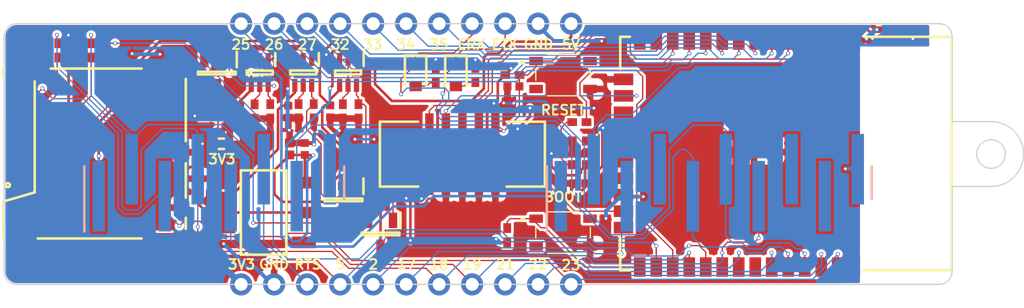
<source format=kicad_pcb>
(kicad_pcb (version 20211014) (generator pcbnew)
  (layers (0 "F.Cu" signal) (31 "B.Cu" signal) (34 "B.Paste" user) (35 "F.Paste" user) (36 "B.SilkS" user "B.Silkscreen") (37 "F.SilkS" user "F.Silkscreen") (38 "B.Mask" user) (39 "F.Mask" user) (44 "Edge.Cuts" user))
  (net 0 "")
  (net 1 "GND")
  (net 2 "RESET")
  (net 3 "+3V3")
  (net 4 "+5V")
  (net 5 "+LDO_3V3")
  (net 7 "GPIO39")
  (net 8 "GPIO34")
  (net 9 "GPIO35")
  (net 10 "GPIO32")
  (net 11 "GPIO33")
  (net 12 "GPIO25")
  (net 13 "GPIO26")
  (net 14 "GPIO27")
  (net 15 "TMS")
  (net 16 "TDI")
  (net 17 "TCK")
  (net 24 "TDO")
  (net 25 "GPIO02")
  (net 26 "Net-(IC1-Pad25)")
  (net 27 "GPIO04")
  (net 28 "GPIO16")
  (net 29 "GPIO17")
  (net 30 "GPIO05")
  (net 31 "GPIO18")
  (net 32 "GPIO19")
  (net 34 "GPIO21")
  (net 35 "TX")
  (net 36 "RX")
  (net 37 "GPIO22")
  (net 38 "GPIO23")
  (net 39 "Net-(IC2-Pad1)")
  (net 40 "+ext_3V3")
  (net 41 "Net-(IC4-Pad1)")
  (net 42 "Net-(IC5-Pad1)")
  (net 43 "+ext_5V")
  (net 44 "FLP_GPIO_0")
  (net 45 "GPIO36")
  (net 46 "GPIO017")
  (net 49 "Net-(J6-Pad2)")
  (net 50 "Net-(J6-Pad3)")
  (net 51 "Net-(J6-Pad5)")
  (net 54 "Net-(LED1-Pad3)")
  (net 55 "Net-(LED2-Pad2)")
  (net 56 "Net-(LED3-Pad2)")
  (net 57 "Net-(LED4-Pad1)")
  (net 58 "Net-(R7-Pad2)")
  (net 59 "Net-(R9-Pad2)")
  (net 60 "Net-(R11-Pad2)")
  (footprint "Libraries:RESC1005X40N" (layer "F.Cu") (at 134.96 96.59 90)
    (fp_text reference "R10")
    (fp_text value "100K" hide)
  )
  (footprint "Libraries:RESC1005X40N" (layer "F.Cu") (at 127.05 96.95)
    (fp_text reference "R15")
    (fp_text value "1K" hide)
  )
  (footprint "Libraries:RESC1005X40N" (layer "F.Cu") (at 149.85 106.15 -90)
    (fp_text reference "R6")
    (fp_text value "10k" hide)
  )
  (footprint "Libraries:CAPC1005X55N" (layer "F.Cu") (at 116.55 91.325 180)
    (fp_text reference "C7")
    (fp_text value "100n" hide)
  )
  (footprint "Libraries:RESC1005X40N" (layer "F.Cu") (at 115.3 91.9 -90)
    (fp_text reference "R5")
    (fp_text value "1K" hide)
  )
  (footprint "SamacSys_Parts:SOT96P240X120-3N" (layer "F.Cu") (at 127.5 93.65 -90)
    (fp_text reference "IC2" hide)
    (fp_text value "DMP1045U-7" hide)
  )
  (footprint "SamacSys_Parts:SOT96P240X120-3N" (layer "F.Cu") (at 137.25 103.425 -90)
    (fp_text reference "IC4" hide)
    (fp_text value "DMP1045U-7" hide)
  )
  (footprint "Connector_PinHeader_2.54mm:PinHeader_1x11_P2.54mm_Vertical" (layer "F.Cu") (at 129.37 109.94 90)
    (fp_text reference "J4" hide)
    (fp_text value "Conn_01x11" hide)
  )
  (footprint "Libraries:CAPC1005X55N" (layer "F.Cu") (at 136.225 96.6 90)
    (fp_text reference "C11")
    (fp_text value "100n" hide)
  )
  (footprint "SamacSys_Parts:CAPC1005X80N" (layer "F.Cu") (at 181.525 90.35 180)
    (fp_text reference "C2" hide)
    (fp_text value "22uF" hide)
  )
  (footprint "Libraries:503398-1892" (layer "F.Cu") (at 111.06 106.4 90)
    (fp_text reference "J6")
    (fp_text value "503398-1892" hide)
  )
  (footprint "Libraries:WS2812B2020" (layer "F.Cu") (at 155.4 99.8 90)
    (fp_text reference "LED1")
    (fp_text value "WS2812B-2020" hide)
  )
  (footprint "Libraries:RESC1005X40N" (layer "F.Cu") (at 117.82 91.9 -90)
    (fp_text reference "R4")
    (fp_text value "1K" hide)
  )
  (footprint "SamacSys_Parts:CAPC1005X70N" (layer "F.Cu") (at 133.1 99.5 -90)
    (fp_text reference "C6" hide)
    (fp_text value "10uF" hide)
  )
  (footprint "Libraries:ESP32WROOM32EN4" (layer "F.Cu") (at 171.3 99.85 -90)
    (fp_text reference "IC1")
    (fp_text value "ESP32-WROOM-32E-N4" hide)
  )
  (footprint "SamacSys_Parts:19217R6CAL1M2VY3T" (layer "F.Cu") (at 127.85 99.1 180)
    (fp_text reference "LED4" hide)
    (fp_text value "3V3" hide)
  )
  (footprint "Libraries:RESC1005X40N" (layer "F.Cu") (at 155.4 97.43 180)
    (fp_text reference "R2")
    (fp_text value "220" hide)
  )
  (footprint "Libraries:322010030000" (layer "F.Cu") (at 146.4 99.9)
    (fp_text reference "J1")
    (fp_text value "3220-10-0300-00" hide)
  )
  (footprint "SamacSys_Parts:CAPC1005X80N" (layer "F.Cu") (at 126.1 102.25 -90)
    (fp_text reference "C5" hide)
    (fp_text value "22uF" hide)
  )
  (footprint "SamacSys_Parts:SOT96P240X120-3N" (layer "F.Cu") (at 140.1 106.05 -90)
    (fp_text reference "IC5" hide)
    (fp_text value "DMP1045U-7" hide)
  )
  (footprint "SamacSys_Parts:LEDC1608X50N" (layer "F.Cu") (at 142.8 93.85 -90)
    (fp_text reference "LED2" hide)
    (fp_text value "TX" hide)
  )
  (footprint "Libraries:SKRPABE010" (layer "F.Cu") (at 154.15 105.95)
    (fp_text reference "S2")
    (fp_text value "SKRPABE010" hide)
  )
  (footprint "Libraries:CAPC1005X55N" (layer "F.Cu") (at 155.39 102.15)
    (fp_text reference "C4")
    (fp_text value "100nF" hide)
  )
  (footprint "SamacSys_Parts:SOT230P700X180-4N" (layer "F.Cu") (at 131.1 104.4 180)
    (fp_text reference "IC3" hide)
    (fp_text value "AZ1117H-3.3TRE1" hide)
  )
  (footprint "Libraries:CAPC1005X55N" (layer "F.Cu") (at 179.525 90.3)
    (fp_text reference "C3")
    (fp_text value "100n" hide)
  )
  (footprint "Libraries:CAPC1005X55N" (layer "F.Cu") (at 129.29 96.62 90)
    (fp_text reference "C8")
    (fp_text value "100n" hide)
  )
  (footprint "SamacSys_Parts:SOT65P210X110-6N" (layer "F.Cu") (at 137.6 93.6 -90)
    (fp_text reference "U3" hide)
    (fp_text value "MMDT2907A-7-F" hide)
  )
  (footprint "Libraries:SKRPABE010" (layer "F.Cu") (at 154.15 93.8)
    (fp_text reference "S1")
    (fp_text value "SKRPABE010" hide)
  )
  (footprint "Libraries:RESC1005X40N" (layer "F.Cu") (at 150.25 93.8 180)
    (fp_text reference "R1")
    (fp_text value "10k" hide)
  )
  (footprint "Libraries:CAPC1005X55N" (layer "F.Cu") (at 134.275 99.5 -90)
    (fp_text reference "C9")
    (fp_text value "100n" hide)
  )
  (footprint "Libraries:RESC1005X40N" (layer "F.Cu") (at 131.61 96.6 90)
    (fp_text reference "R8")
    (fp_text value "100K" hide)
  )
  (footprint "Connector_PinHeader_2.54mm:PinHeader_1x11_P2.54mm_Vertical" (layer "F.Cu") (at 129.37 89.84 90)
    (fp_text reference "J5" hide)
    (fp_text value "Conn_01x11" hide)
  )
  (footprint "Libraries:RESC1005X40N" (layer "F.Cu") (at 138.4 96.6 90)
    (fp_text reference "R12")
    (fp_text value "100K" hide)
  )
  (footprint "Libraries:CAPC1005X60N" (layer "F.Cu") (at 150.325 94.675)
    (fp_text reference "C1")
    (fp_text value "1u" hide)
  )
  (footprint "Libraries:RESC1005X40N" (layer "F.Cu") (at 137.2 96.6 90)
    (fp_text reference "R11")
    (fp_text value "100K" hide)
  )
  (footprint "Libraries:CAPC1005X55N" (layer "F.Cu") (at 133 96.625 90)
    (fp_text reference "C10")
    (fp_text value "100n" hide)
  )
  (footprint "Libraries:RESC1005X40N" (layer "F.Cu") (at 144.35 93.85 -90)
    (fp_text reference "R13")
    (fp_text value "1K" hide)
  )
  (footprint "Libraries:RESC1005X40N" (layer "F.Cu") (at 147.4 93.8 -90)
    (fp_text reference "R14")
    (fp_text value "1K" hide)
  )
  (footprint "SamacSys_Parts:SOT65P210X110-6N" (layer "F.Cu") (at 134.15 93.6 -90)
    (fp_text reference "U2" hide)
    (fp_text value "MMDT2907A-7-F" hide)
  )
  (footprint "Libraries:RESC1005X40N" (layer "F.Cu") (at 133.79 96.59 90)
    (fp_text reference "R9")
    (fp_text value "100K" hide)
  )
  (footprint "SamacSys_Parts:SOT65P210X110-6N" (layer "F.Cu") (at 130.8 93.61 -90)
    (fp_text reference "U1" hide)
    (fp_text value "MMDT2907A-7-F" hide)
  )
  (footprint "Libraries:RESC1005X40N" (layer "F.Cu") (at 119.01 91.9 -90)
    (fp_text reference "R3")
    (fp_text value "1K" hide)
  )
  (footprint "Libraries:RESC1005X40N" (layer "F.Cu") (at 130.41 96.61 90)
    (fp_text reference "R7")
    (fp_text value "100K" hide)
  )
  (footprint "SamacSys_Parts:LEDC1608X50N" (layer "F.Cu") (at 145.9 93.85 -90)
    (fp_text reference "LED3" hide)
    (fp_text value "RX" hide)
  )
  (footprint "Libraries:HUSRSP10W66P254_2500X250X850P" (layer "B.Cu") (at 165.4 102.1)
    (fp_text reference "J3")
    (fp_text value "DZ254S-11-10-48" hide)
  )
  (footprint "Libraries:HUSRSP8W66P254_2000X250X850P" (layer "B.Cu") (at 127.3 102.1)
    (fp_text reference "J2")
    (fp_text value "X6511WVS-08H-C60D48R2" hide)
  )
  (gr_arc (start 112.13 109.94) (mid 111.422893 109.647107) (end 111.13 108.94) (layer "Edge.Cuts") (width 0.1))
  (gr_line (start 184.09 108.94) (end 184.09 102.39) (layer "Edge.Cuts") (width 0.1))
  (gr_line (start 184.09 97.39) (end 184.09 90.84) (layer "Edge.Cuts") (width 0.1))
  (gr_line (start 128.365 89.84) (end 112.13 89.84) (layer "Edge.Cuts") (width 0.1))
  (gr_arc (start 184.09 108.94) (mid 183.797107 109.647107) (end 183.09 109.94) (layer "Edge.Cuts") (width 0.1))
  (gr_line (start 183.09 89.84) (end 155.765 89.84) (layer "Edge.Cuts") (width 0.1))
  (gr_line (start 128.365 109.94) (end 155.765 109.94) (layer "Edge.Cuts") (width 0.1))
  (gr_arc (start 111.13 90.84) (mid 111.422893 90.132893) (end 112.13 89.84) (layer "Edge.Cuts") (width 0.1))
  (gr_circle (center 187.09 99.89) (end 188.19 99.89) (layer "Edge.Cuts") (width 0.1) (fill none))
  (gr_line (start 111.13 90.84) (end 111.13 108.94) (layer "Edge.Cuts") (width 0.1))
  (gr_arc (start 187.09 97.39) (mid 189.59 99.89) (end 187.09 102.39) (layer "Edge.Cuts") (width 0.1))
  (gr_arc (start 183.09 89.84) (mid 183.797107 90.132893) (end 184.09 90.84) (layer "Edge.Cuts") (width 0.1))
  (gr_line (start 184.09 102.39) (end 187.09 102.39) (layer "Edge.Cuts") (width 0.1))
  (gr_line (start 128.385 89.84) (end 155.765 89.84) (layer "Edge.Cuts") (width 0.1))
  (gr_line (start 155.765 109.94) (end 183.09 109.94) (layer "Edge.Cuts") (width 0.1))
  (gr_line (start 187.09 97.39) (end 184.09 97.39) (layer "Edge.Cuts") (width 0.1))
  (gr_line (start 112.13 109.94) (end 128.365 109.94) (layer "Edge.Cuts") (width 0.1))
  (gr_text "25" (at 129.35 91.45) (layer "F.SilkS") (effects (font (size 0.75 0.75))))
  (gr_text "17" (at 142.1 108.4) (layer "F.SilkS") (effects (font (size 0.75 0.75))))
  (gr_text "3V3" (at 127.89 100.29) (layer "F.SilkS") (effects (font (size 0.75 0.75))))
  (gr_text "GND" (at 131.9 108.4) (layer "F.SilkS") (effects (font (size 0.75 0.75))))
  (gr_text "19" (at 147.15 108.4) (layer "F.SilkS") (effects (font (size 0.75 0.75))))
  (gr_text "33" (at 139.5 91.45) (layer "F.SilkS") (effects (font (size 0.75 0.75))))
  (gr_text "ERX" (at 147.1 91.45) (layer "F.SilkS") (effects (font (size 0.75 0.75))))
  (gr_text "23" (at 154.75 108.45) (layer "F.SilkS") (effects (font (size 0.75 0.75))))
  (gr_text "27" (at 134.45 91.45) (layer "F.SilkS") (effects (font (size 0.75 0.75))))
  (gr_text "34" (at 142.05 91.45) (layer "F.SilkS") (effects (font (size 0.75 0.75))))
  (gr_text "35" (at 144.6 91.45) (layer "F.SilkS") (effects (font (size 0.75 0.75))))
  (gr_text "BOOT" (at 154.15 103.2) (layer "F.SilkS") (effects (font (size 0.75 0.75))))
  (gr_text "RTS" (at 134.5 108.4) (layer "F.SilkS") (effects (font (size 0.75 0.75))))
  (gr_text "GND" (at 152.25 91.45) (layer "F.SilkS") (effects (font (size 0.75 0.75))))
  (gr_text "5" (at 137 108.4) (layer "F.SilkS") (effects (font (size 0.75 0.75))))
  (gr_text "2" (at 139.55 108.4) (layer "F.SilkS") (effects (font (size 0.75 0.75))))
  (gr_text "21" (at 149.7 108.4) (layer "F.SilkS") (effects (font (size 0.75 0.75))))
  (gr_text "3V3" (at 129.4 108.4) (layer "F.SilkS") (effects (font (size 0.75 0.75))))
  (gr_text "26" (at 131.9 91.45) (layer "F.SilkS") (effects (font (size 0.75 0.75))))
  (gr_text "ETX" (at 149.65 91.45) (layer "F.SilkS") (effects (font (size 0.75 0.75))))
  (gr_text "22" (at 152.2 108.4) (layer "F.SilkS") (effects (font (size 0.75 0.75))))
  (gr_text "5V" (at 154.75 91.45) (layer "F.SilkS") (effects (font (size 0.75 0.75))))
  (gr_text "18" (at 144.6 108.45) (layer "F.SilkS") (effects (font (size 0.75 0.75))))
  (gr_text "32" (at 137 91.45) (layer "F.SilkS") (effects (font (size 0.75 0.75))))
  (gr_text "RESET" (at 154.15 96.5) (layer "F.SilkS") (effects (font (size 0.75 0.75))))
  (segment (start 134.285 99.05) (end 134.275 99.04) (width 0.3) (layer "F.Cu") (net 1))
  (segment (start 113.17 96.73) (end 113.7 96.2) (width 0.2) (layer "F.Cu") (net 1))
  (segment (start 149.575 95.95) (end 149.575 95.925) (width 0.4) (layer "F.Cu") (net 1))
  (segment (start 134.875 99.05) (end 134.285 99.05) (width 0.3) (layer "F.Cu") (net 1))
  (segment (start 149.865 95.635) (end 149.865 94.675) (width 0.4) (layer "F.Cu") (net 1))
  (segment (start 149.575 95.925) (end 149.865 95.635) (width 0.4) (layer "F.Cu") (net 1))
  (segment (start 134.975 99.15) (end 134.875 99.05) (width 0.3) (layer "F.Cu") (net 1))
  (segment (start 112.46 96.73) (end 113.17 96.73) (width 0.2) (layer "F.Cu") (net 1))
  (via (at 160.325 103.175) (size 0.3) (drill 0.2) (layers "F.Cu" "B.Cu") (net 1))
  (via (at 139.6 98.75) (size 0.3) (drill 0.2) (layers "F.Cu" "B.Cu") (net 1))
  (via (at 128.025 106.8) (size 0.3) (drill 0.2) (layers "F.Cu" "B.Cu") (net 1))
  (via (at 133.075 98.05) (size 0.3) (drill 0.2) (layers "F.Cu" "B.Cu") (net 1))
  (via (at 132.95 94.85) (size 0.3) (drill 0.2) (layers "F.Cu" "B.Cu") (net 1))
  (via (at 175.875 101.025) (size 0.3) (drill 0.2) (layers "F.Cu" "B.Cu") (net 1))
  (via (at 135.225 98.175) (size 0.3) (drill 0.2) (layers "F.Cu" "B.Cu") (net 1))
  (via (at 150.35 95.975) (size 0.3) (drill 0.2) (layers "F.Cu" "B.Cu") (net 1))
  (via (at 156.525 96.35) (size 0.3) (drill 0.2) (layers "F.Cu" "B.Cu") (net 1))
  (via (at 149.575 95.95) (size 0.3) (drill 0.2) (layers "F.Cu" "B.Cu") (net 1))
  (via (at 178.3 90.3) (size 0.3) (drill 0.2) (layers "F.Cu" "B.Cu") (net 1))
  (via (at 138.125 98.75) (size 0.3) (drill 0.2) (layers "F.Cu" "B.Cu") (net 1))
  (via (at 120.975 92.15) (size 0.3) (drill 0.2) (layers "F.Cu" "B.Cu") (net 1))
  (via (at 136.925 98.075) (size 0.3) (drill 0.2) (layers "F.Cu" "B.Cu") (net 1))
  (via (at 157.45 104.85) (size 0.3) (drill 0.2) (layers "F.Cu" "B.Cu") (net 1))
  (via (at 123.125 92.2) (size 0.3) (drill 0.2) (layers "F.Cu" "B.Cu") (net 1))
  (via (at 157.125 91.175) (size 0.3) (drill 0.2) (layers "F.Cu" "B.Cu") (net 1))
  (via (at 134.975 99.15) (size 0.3) (drill 0.2) (layers "F.Cu" "B.Cu") (net 1))
  (via (at 177.5 91) (size 0.3) (drill 0.2) (layers "F.Cu" "B.Cu") (net 1))
  (segment (start 178.3 90.3) (end 178.2 90.3) (width 0.4) (layer "B.Cu") (net 1))
  (segment (start 149.6 95.975) (end 150.35 95.975) (width 0.2) (layer "B.Cu") (net 1))
  (segment (start 132.95 97.925) (end 133.075 98.05) (width 0.3) (layer "B.Cu") (net 1))
  (segment (start 156.525 96.35) (end 153.25 96.35) (width 0.2) (layer "B.Cu") (net 1))
  (segment (start 152.725 95.825) (end 150.5 95.825) (width 0.2) (layer "B.Cu") (net 1))
  (segment (start 157.125 91.175) (end 153.415 91.175) (width 0.3) (layer "B.Cu") (net 1))
  (segment (start 134.975 98.425) (end 134.975 99.15) (width 0.3) (layer "B.Cu") (net 1))
  (segment (start 123.125 92.2) (end 121.025 92.2) (width 0.3) (layer "B.Cu") (net 1))
  (segment (start 132.95 94.85) (end 132.95 97.925) (width 0.3) (layer "B.Cu") (net 1))
  (segment (start 178.2 90.3) (end 177.5 91) (width 0.4) (layer "B.Cu") (net 1))
  (segment (start 121.025 92.2) (end 120.975 92.15) (width 0.2) (layer "B.Cu") (net 1))
  (segment (start 139.6 98.75) (end 138.125 98.75) (width 0.2) (layer "B.Cu") (net 1))
  (segment (start 158.585 103.14) (end 159.05 103.14) (width 0.2) (layer "B.Cu") (net 1))
  (segment (start 135.225 98.175) (end 134.975 98.425) (width 0.3) (layer "B.Cu") (net 1))
  (segment (start 153.25 96.35) (end 152.725 95.825) (width 0.2) (layer "B.Cu") (net 1))
  (segment (start 176.795 101.025) (end 176.83 101.06) (width 0.2) (layer "B.Cu") (net 1))
  (segment (start 149.575 95.95) (end 149.6 95.975) (width 0.2) (layer "B.Cu") (net 1))
  (segment (start 157.45 104.85) (end 157.45 104.275) (width 0.3) (layer "B.Cu") (net 1))
  (segment (start 136.925 98.075) (end 136.19 98.81) (width 0.3) (layer "B.Cu") (net 1))
  (segment (start 157.45 104.275) (end 158.585 103.14) (width 0.3) (layer "B.Cu") (net 1))
  (segment (start 136.19 101.06) (end 136.19 98.865) (width 0.2) (layer "B.Cu") (net 1))
  (segment (start 153.415 91.175) (end 152.23 89.99) (width 0.3) (layer "B.Cu") (net 1))
  (segment (start 136.19 98.81) (end 136.19 101.06) (width 0.2) (layer "B.Cu") (net 1))
  (segment (start 175.875 101.025) (end 176.795 101.025) (width 0.3) (layer "B.Cu") (net 1))
  (segment (start 150.5 95.825) (end 150.35 95.975) (width 0.2) (layer "B.Cu") (net 1))
  (segment (start 131.665 109.84) (end 131.91 109.84) (width 0.2) (layer "B.Cu") (net 1))
  (segment (start 129.85 108.625) (end 130.45 108.625) (width 0.3) (layer "B.Cu") (net 1))
  (segment (start 136.19 98.865) (end 135.5 98.175) (width 0.3) (layer "B.Cu") (net 1))
  (segment (start 159.085 103.175) (end 159.05 103.14) (width 0.2) (layer "B.Cu") (net 1))
  (segment (start 135.5 98.175) (end 135.225 98.175) (width 0.3) (layer "B.Cu") (net 1))
  (segment (start 128.025 106.8) (end 129.85 108.625) (width 0.3) (layer "B.Cu") (net 1))
  (segment (start 160.325 103.175) (end 159.085 103.175) (width 0.3) (layer "B.Cu") (net 1))
  (segment (start 130.45 108.625) (end 131.665 109.84) (width 0.3) (layer "B.Cu") (net 1))
  (segment (start 150.785 94.675) (end 150.785 93.815) (width 0.1) (layer "F.Cu") (net 2))
  (segment (start 156.5 90.7) (end 155.025 92.175) (width 0.1) (layer "F.Cu") (net 2))
  (segment (start 152.075 93.15) (end 152.075 92.725) (width 0.1) (layer "F.Cu") (net 2))
  (segment (start 153.875 92.175) (end 153.325 92.725) (width 0.1) (layer "F.Cu") (net 2))
  (segment (start 155.025 92.175) (end 153.875 92.175) (width 0.1) (layer "F.Cu") (net 2))
  (segment (start 159.325 90.95) (end 159.075 90.7) (width 0.1) (layer "F.Cu") (net 2))
  (segment (start 153.325 92.725) (end 152.075 92.725) (width 0.1) (layer "F.Cu") (net 2))
  (segment (start 150.785 93.815) (end 150.8 93.8) (width 0.1) (layer "F.Cu") (net 2))
  (segment (start 159.325 92.075) (end 159.325 90.95) (width 0.1) (layer "F.Cu") (net 2))
  (segment (start 171.62397 92.57) (end 159.82 92.57) (width 0.1) (layer "F.Cu") (net 2))
  (segment (start 174.02 91.1) (end 174.02 92.08) (width 0.1) (layer "F.Cu") (net 2))
  (segment (start 150.785 96.94) (end 150.785 94.675) (width 0.1) (layer "F.Cu") (net 2))
  (segment (start 151.425 93.8) (end 152.075 93.15) (width 0.1) (layer "F.Cu") (net 2))
  (segment (start 149.575 98.1125) (end 148.9625 98.1125) (width 0.1) (layer "F.Cu") (net 2))
  (segment (start 174.02 92.08) (end 174 92.1) (width 0.1) (layer "F.Cu") (net 2))
  (segment (start 148.94 98.135) (end 149.59 98.135) (width 0.1) (layer "F.Cu") (net 2))
  (segment (start 150.8 93.8) (end 151.425 93.8) (width 0.1) (layer "F.Cu") (net 2))
  (segment (start 172.09397 92.1) (end 171.62397 92.57) (width 0.1) (layer "F.Cu") (net 2))
  (segment (start 174 92.1) (end 172.09397 92.1) (width 0.1) (layer "F.Cu") (net 2))
  (segment (start 148.9625 98.1125) (end 148.94 98.135) (width 0.1) (layer "F.Cu") (net 2))
  (segment (start 149.59 98.135) (end 150.785 96.94) (width 0.1) (layer "F.Cu") (net 2))
  (segment (start 151.875 92.725) (end 152.075 92.725) (width 0.1) (layer "F.Cu") (net 2))
  (segment (start 159.075 90.7) (end 156.5 90.7) (width 0.1) (layer "F.Cu") (net 2))
  (segment (start 159.82 92.57) (end 159.325 92.075) (width 0.1) (layer "F.Cu") (net 2))
  (via (at 149.575 98.1125) (size 0.3) (drill 0.2) (layers "F.Cu" "B.Cu") (net 2))
  (segment (start 133.65 98.9) (end 133.65 103.14) (width 0.1) (layer "B.Cu") (net 2))
  (segment (start 149.1125 97.65) (end 134.9 97.65) (width 0.1) (layer "B.Cu") (net 2))
  (segment (start 149.575 98.1125) (end 149.1125 97.65) (width 0.1) (layer "B.Cu") (net 2))
  (segment (start 134.9 97.65) (end 133.65 98.9) (width 0.1) (layer "B.Cu") (net 2))
  (segment (start 157.175 100.825) (end 155.85 102.15) (width 0.2) (layer "F.Cu") (net 3))
  (segment (start 142.4 106.55) (end 142.4 103.625) (width 0.2) (layer "F.Cu") (net 3))
  (segment (start 175.29 91.69) (end 175.29 91.1) (width 0.2) (layer "F.Cu") (net 3))
  (segment (start 150.15205 93.34795) (end 149.7 93.8) (width 0.2) (layer "F.Cu") (net 3))
  (segment (start 155.95 100.715) (end 155.525 101.14) (width 0.2) (layer "F.Cu") (net 3))
  (segment (start 149.25 106.7) (end 149.85 106.7) (width 0.2) (layer "F.Cu") (net 3))
  (segment (start 144.35 92.6) (end 144.35 93.3) (width 0.2) (layer "F.Cu") (net 3))
  (segment (start 157.175 97.925) (end 157.175 100.825) (width 0.2) (layer "F.Cu") (net 3))
  (segment (start 116.09 95.96) (end 113.12 98.93) (width 0.2) (layer "F.Cu") (net 3))
  (segment (start 155.34 101.525) (end 153.95 101.525) (width 0.2) (layer "F.Cu") (net 3))
  (segment (start 116.09 91.325) (end 116.09 95.96) (width 0.2) (layer "F.Cu") (net 3))
  (segment (start 155.53 102.76) (end 155.85 102.44) (width 0.2) (layer "F.Cu") (net 3))
  (segment (start 142.4 103.625) (end 142.075 103.3) (width 0.2) (layer "F.Cu") (net 3))
  (segment (start 147.4 92.625) (end 147.4 93.25) (width 0.2) (layer "F.Cu") (net 3))
  (segment (start 175.810489 90.050489) (end 175.29 90.570978) (width 0.2) (layer "F.Cu") (net 3))
  (segment (start 179.985 90.3) (end 181.015 90.3) (width 0.5) (layer "F.Cu") (net 3))
  (segment (start 157.225 97.875) (end 157.175 97.925) (width 0.2) (layer "F.Cu") (net 3))
  (segment (start 143.25 103.325) (end 143.86 102.715) (width 0.2) (layer "F.Cu") (net 3))
  (segment (start 179.664511 90.909511) (end 178.180489 90.909511) (width 0.2) (layer "F.Cu") (net 3))
  (segment (start 116.075 91.31) (end 116.09 91.325) (width 0.2) (layer "F.Cu") (net 3))
  (segment (start 153.95 101.525) (end 153.25 100.825) (width 0.2) (layer "F.Cu") (net 3))
  (segment (start 181.075 91) (end 181.075 90.36) (width 0.2) (layer "F.Cu") (net 3))
  (segment (start 149 106.45) (end 149.25 106.7) (width 0.2) (layer "F.Cu") (net 3))
  (segment (start 148.825 95.975) (end 149.125 95.675) (width 0.2) (layer "F.Cu") (net 3))
  (segment (start 179.985 90.3) (end 179.985 90.589022) (width 0.2) (layer "F.Cu") (net 3))
  (segment (start 150.65 97.95) (end 151.6 97) (width 0.2) (layer "F.Cu") (net 3))
  (segment (start 155.259025 102.808295) (end 155.30732 102.76) (width 0.2) (layer "F.Cu") (net 3))
  (segment (start 136.4 91.3) (end 137.075 91.3) (width 0.2) (layer "F.Cu") (net 3))
  (segment (start 116.075 90.725) (end 116.075 91.31) (width 0.2) (layer "F.Cu") (net 3))
  (segment (start 179.985 90.589022) (end 179.664511 90.909511) (width 0.2) (layer "F.Cu") (net 3))
  (segment (start 178.180489 90.909511) (end 177.321467 90.050489) (width 0.2) (layer "F.Cu") (net 3))
  (segment (start 134.8 91.825) (end 134.8 92.6) (width 0.2) (layer "F.Cu") (net 3))
  (segment (start 155.30732 102.76) (end 155.53 102.76) (width 0.2) (layer "F.Cu") (net 3))
  (segment (start 136.29 102.16) (end 136.29 102.375) (width 0.2) (layer "F.Cu") (net 3))
  (segment (start 131.998005 92.351995) (end 131.74 92.61) (width 0.2) (layer "F.Cu") (net 3))
  (segment (start 143.86 102.715) (end 143.86 101.665) (width 0.2) (layer "F.Cu") (net 3))
  (segment (start 126.54 96.91) (end 126.5 96.95) (width 0.2) (layer "F.Cu") (net 3))
  (segment (start 131.74 92.61) (end 131.45 92.61) (width 0.2) (layer "F.Cu") (net 3))
  (segment (start 181.075 90.36) (end 181.065 90.35) (width 0.2) (layer "F.Cu") (net 3))
  (segment (start 149.125 95.675) (end 149.125 94.35) (width 0.2) (layer "F.Cu") (net 3))
  (segment (start 126.54 92.6) (end 126.54 96.91) (width 0.2) (layer "F.Cu") (net 3))
  (segment (start 149.675 93.8) (end 149.7 93.8) (width 0.2) (layer "F.Cu") (net 3))
  (segment (start 149.125 94.35) (end 149.675 93.8) (width 0.2) (layer "F.Cu") (net 3))
  (segment (start 177.321467 90.050489) (end 175.810489 90.050489) (width 0.2) (layer "F.Cu") (net 3))
  (segment (start 175.29 90.570978) (end 175.29 91.1) (width 0.2) (layer "F.Cu") (net 3))
  (segment (start 155.85 102.44) (end 155.85 102.15) (width 0.2) (layer "F.Cu") (net 3))
  (segment (start 135.925 92.225) (end 135.925 91.775) (width 0.2) (layer "F.Cu") (net 3))
  (segment (start 155.85 102.15) (end 155.85 100.815) (width 0.2) (layer "F.Cu") (net 3))
  (segment (start 113.12 98.93) (end 112.46 98.93) (width 0.2) (layer "F.Cu") (net 3))
  (segment (start 155.85 100.815) (end 155.95 100.715) (width 0.2) (layer "F.Cu") (net 3))
  (segment (start 151.6 97) (end 151.6 96.35) (width 0.2) (layer "F.Cu") (net 3))
  (segment (start 125.8 96.95) (end 126.5 96.95) (width 0.2) (layer "F.Cu") (net 3))
  (segment (start 155.525 101.14) (end 155.525 101.34) (width 0.2) (layer "F.Cu") (net 3))
  (segment (start 150.15205 93.281713) (end 150.15205 93.34795) (width 0.2) (layer "F.Cu") (net 3))
  (segment (start 135.925 91.775) (end 136.4 91.3) (width 0.2) (layer "F.Cu") (net 3))
  (segment (start 155.525 101.34) (end 155.34 101.525) (width 0.2) (layer "F.Cu") (net 3))
  (segment (start 137.125 101.325) (end 136.29 102.16) (width 0.2) (layer "F.Cu") (net 3))
  (segment (start 181.015 90.3) (end 181.065 90.35) (width 0.2) (layer "F.Cu") (net 3))
  (segment (start 153.25 100.825) (end 153.25 99.85) (width 0.2) (layer "F.Cu") (net 3))
  (via (at 134.8 91.825) (size 0.3) (drill 0.2) (layers "F.Cu" "B.Cu") (net 3))
  (via (at 142.4 106.55) (size 0.3) (drill 0.2) (layers "F.Cu" "B.Cu") (net 3))
  (via (at 181.075 91) (size 0.3) (drill 0.2) (layers "F.Cu" "B.Cu") (net 3))
  (via (at 157.225 97.875) (size 0.3) (drill 0.2) (layers "F.Cu" "B.Cu") (net 3))
  (via (at 137.125 101.325) (size 0.3) (drill 0.2) (layers "F.Cu" "B.Cu") (net 3))
  (via (at 149 106.45) (size 0.3) (drill 0.2) (layers "F.Cu" "B.Cu") (net 3))
  (via (at 153.25 99.85) (size 0.3) (drill 0.2) (layers "F.Cu" "B.Cu") (net 3))
  (via (at 135.925 92.225) (size 0.3) (drill 0.2) (layers "F.Cu" "B.Cu") (net 3))
  (via (at 151.6 96.35) (size 0.3) (drill 0.2) (layers "F.Cu" "B.Cu") (net 3))
  (via (at 142.075 103.3) (size 0.3) (drill 0.2) (layers "F.Cu" "B.Cu") (net 3))
  (via (at 143.25 103.325) (size 0.3) (drill 0.2) (layers "F.Cu" "B.Cu") (net 3))
  (via (at 125.8 96.95) (size 0.3) (drill 0.2) (layers "F.Cu" "B.Cu") (net 3))
  (via (at 150.15205 93.281713) (size 0.3) (drill 0.2) (layers "F.Cu" "B.Cu") (net 3))
  (via (at 137.075 91.3) (size 0.3) (drill 0.2) (layers "F.Cu" "B.Cu") (net 3))
  (via (at 155.259025 102.808295) (size 0.3) (drill 0.2) (layers "F.Cu" "B.Cu") (net 3))
  (via (at 148.825 95.975) (size 0.3) (drill 0.2) (layers "F.Cu" "B.Cu") (net 3))
  (via (at 131.998005 92.351995) (size 0.3) (drill 0.2) (layers "F.Cu" "B.Cu") (net 3))
  (via (at 150.65 97.95) (size 0.3) (drill 0.2) (layers "F.Cu" "B.Cu") (net 3))
  (via (at 144.35 92.6) (size 0.3) (drill 0.2) (layers "F.Cu" "B.Cu") (net 3))
  (via (at 147.4 92.625) (size 0.3) (drill 0.2) (layers "F.Cu" "B.Cu") (net 3))
  (via (at 116.075 90.725) (size 0.3) (drill 0.2) (layers "F.Cu" "B.Cu") (net 3))
  (segment (start 154.4 91.225) (end 154.77 90.855) (width 0.2) (layer "F.Cu") (net 4))
  (segment (start 136.625 91.8) (end 138.05 91.8) (width 0.2) (layer "F.Cu") (net 4))
  (segment (start 134.16 102.06) (end 134.2 102.1) (width 0.2) (layer "F.Cu") (net 4))
  (segment (start 134.29 99.975) (end 134.275 99.96) (width 0.2) (layer "F.Cu") (net 4))
  (segment (start 131.925 102.975) (end 131.925 101.15) (width 0.2) (layer "F.Cu") (net 4))
  (segment (start 147.1 95.8) (end 148.05 94.85) (width 0.2) (layer "F.Cu") (net 4))
  (segment (start 134.275 99.96) (end 134.275 102.025) (width 0.2) (layer "F.Cu") (net 4))
  (segment (start 133.1 99.96) (end 134.275 99.96) (width 0.2) (layer "F.Cu") (net 4))
  (segment (start 138.35 103.575) (end 132.525 103.575) (width 0.2) (layer "F.Cu") (net 4))
  (segment (start 139.675 94.5) (end 140.975 95.8) (width 0.2) (layer "F.Cu") (net 4))
  (segment (start 136.4 92.025) (end 136.625 91.8) (width 0.2) (layer "F.Cu") (net 4))
  (segment (start 150.1 91.225) (end 154.4 91.225) (width 0.2) (layer "F.Cu") (net 4))
  (segment (start 139.14 104.365) (end 138.35 103.575) (width 0.2) (layer "F.Cu") (net 4))
  (segment (start 134.925 99.975) (end 134.29 99.975) (width 0.2) (layer "F.Cu") (net 4))
  (segment (start 148.35 92.15) (end 149.175 92.15) (width 0.2) (layer "F.Cu") (net 4))
  (segment (start 138.25 92.6) (end 139.075 92.6) (width 0.2) (layer "F.Cu") (net 4))
  (segment (start 138.25 92) (end 138.25 92.6) (width 0.2) (layer "F.Cu") (net 4))
  (segment (start 148.05 92.45) (end 148.35 92.15) (width 0.2) (layer "F.Cu") (net 4))
  (segment (start 139.675 93.2) (end 139.675 94.5) (width 0.2) (layer "F.Cu") (net 4))
  (segment (start 149.175 92.15) (end 150.1 91.225) (width 0.2) (layer "F.Cu") (net 4))
  (segment (start 154.77 90.855) (end 154.77 89.94) (width 0.2) (layer "F.Cu") (net 4))
  (segment (start 140.975 95.8) (end 147.1 95.8) (width 0.2) (layer "F.Cu") (net 4))
  (segment (start 138.05 91.8) (end 138.25 92) (width 0.2) (layer "F.Cu") (net 4))
  (segment (start 136.4 94.625) (end 136.4 92.025) (width 0.2) (layer "F.Cu") (net 4))
  (segment (start 133.1 99.975) (end 133.1 99.96) (width 0.2) (layer "F.Cu") (net 4))
  (segment (start 139.075 92.6) (end 139.675 93.2) (width 0.2) (layer "F.Cu") (net 4))
  (segment (start 131.925 101.15) (end 133.1 99.975) (width 0.2) (layer "F.Cu") (net 4))
  (segment (start 136.2 94.825) (end 136.4 94.625) (width 0.2) (layer "F.Cu") (net 4))
  (segment (start 148.05 94.85) (end 148.05 92.45) (width 0.2) (layer "F.Cu") (net 4))
  (segment (start 132.525 103.575) (end 131.925 102.975) (width 0.2) (layer "F.Cu") (net 4))
  (segment (start 134.275 102.025) (end 134.2 102.1) (width 0.2) (layer "F.Cu") (net 4))
  (segment (start 139.14 105) (end 139.14 104.365) (width 0.2) (layer "F.Cu") (net 4))
  (via (at 134.925 99.975) (size 0.3) (drill 0.2) (layers "F.Cu" "B.Cu") (net 4))
  (via (at 136.2 94.825) (size 0.3) (drill 0.2) (layers "F.Cu" "B.Cu") (net 4))
  (segment (start 133.825 106.625) (end 134.45 106) (width 0.2) (layer "B.Cu") (net 4))
  (segment (start 133.35 106.625) (end 133.825 106.625) (width 0.2) (layer "B.Cu") (net 4))
  (segment (start 134.45 106) (end 134.45 100.45) (width 0.2) (layer "B.Cu") (net 4))
  (segment (start 132.87 99.185025) (end 132.87 106.145) (width 0.2) (layer "B.Cu") (net 4))
  (segment (start 132.87 106.145) (end 133.35 106.625) (width 0.2) (layer "B.Cu") (net 4))
  (segment (start 136.2 94.825) (end 136.2 95.855025) (width 0.2) (layer "B.Cu") (net 4))
  (segment (start 134.45 100.45) (end 134.925 99.975) (width 0.2) (layer "B.Cu") (net 4))
  (segment (start 136.2 95.855025) (end 132.87 99.185025) (width 0.2) (layer "B.Cu") (net 4))
  (segment (start 134.2 104.4) (end 128 104.4) (width 0.2) (layer "F.Cu") (net 5))
  (segment (start 128 103.725) (end 128 104.4) (width 0.2) (layer "F.Cu") (net 5))
  (segment (start 133.5 94.6) (end 133.5 95.15) (width 0.2) (layer "F.Cu") (net 5))
  (segment (start 133 96.165) (end 132.51 96.165) (width 0.2) (layer "F.Cu") (net 5))
  (segment (start 126.1 102.71) (end 126.1 103.775) (width 0.2) (layer "F.Cu") (net 5))
  (segment (start 126.725 104.4) (end 128 104.4) (width 0.2) (layer "F.Cu") (net 5))
  (segment (start 133.5 95.15) (end 133 95.65) (width 0.2) (layer "F.Cu") (net 5))
  (segment (start 132.21 99.515) (end 128 103.725) (width 0.2) (layer "F.Cu") (net 5))
  (segment (start 134.275 104.475) (end 134.2 104.4) (width 0.2) (layer "F.Cu") (net 5))
  (segment (start 126.1 103.775) (end 126.725 104.4) (width 0.2) (layer "F.Cu") (net 5))
  (segment (start 137.25 104.475) (end 134.275 104.475) (width 0.2) (layer "F.Cu") (net 5))
  (segment (start 133 95.65) (end 133 96.165) (width 0.2) (layer "F.Cu") (net 5))
  (segment (start 132.51 96.165) (end 132.21 96.465) (width 0.2) (layer "F.Cu") (net 5))
  (segment (start 132.21 96.465) (end 132.21 99.515) (width 0.2) (layer "F.Cu") (net 5))
  (segment (start 171.475 92.125) (end 171.48 92.12) (width 0.1) (layer "F.Cu") (net 7))
  (segment (start 171.48 92.12) (end 171.48 91.1) (width 0.1) (layer "F.Cu") (net 7))
  (via (at 171.475 92.125) (size 0.3) (drill 0.2) (layers "F.Cu" "B.Cu") (net 7))
  (segment (start 156.51 97.865) (end 156.51 101.06) (width 0.1) (layer "B.Cu") (net 7))
  (segment (start 171.475 92.125) (end 170.755 92.845) (width 0.1) (layer "B.Cu") (net 7))
  (segment (start 163.854632 93.219632) (end 163.05 93.219632) (width 0.1) (layer "B.Cu") (net 7))
  (segment (start 164.229264 92.845) (end 163.854632 93.219632) (width 0.1) (layer "B.Cu") (net 7))
  (segment (start 170.755 92.845) (end 164.229264 92.845) (width 0.1) (layer "B.Cu") (net 7))
  (segment (start 159.975 96.294632) (end 159.975 96.3) (width 0.1) (layer "B.Cu") (net 7))
  (segment (start 163.05 93.219632) (end 159.975 96.294632) (width 0.1) (layer "B.Cu") (net 7))
  (segment (start 157.5 96.875) (end 156.51 97.865) (width 0.1) (layer "B.Cu") (net 7))
  (segment (start 159.4 96.875) (end 157.5 96.875) (width 0.1) (layer "B.Cu") (net 7))
  (segment (start 159.975 96.3) (end 159.4 96.875) (width 0.1) (layer "B.Cu") (net 7))
  (segment (start 170.21 92.115) (end 170.21 91.1) (width 0.1) (layer "F.Cu") (net 8))
  (segment (start 170.2 92.125) (end 170.21 92.115) (width 0.1) (layer "F.Cu") (net 8))
  (via (at 170.2 92.125) (size 0.3) (drill 0.2) (layers "F.Cu" "B.Cu") (net 8))
  (segment (start 167.93 91.705) (end 166.425 91.705) (width 0.1) (layer "B.Cu") (net 8))
  (segment (start 168.77 92.545) (end 167.93 91.705) (width 0.1) (layer "B.Cu") (net 8))
  (segment (start 161.306224 91.956225) (end 148.279753 91.956225) (width 0.1) (layer "B.Cu") (net 8))
  (segment (start 170.2 92.125) (end 169.78 92.545) (width 0.1) (layer "B.Cu") (net 8))
  (segment (start 169.78 92.545) (end 168.77 92.545) (width 0.1) (layer "B.Cu") (net 8))
  (segment (start 147.898528 91.575) (end 143.755 91.575) (width 0.1) (layer "B.Cu") (net 8))
  (segment (start 165.825 91.105) (end 162.157449 91.105) (width 0.1) (layer "B.Cu") (net 8))
  (segment (start 148.279753 91.956225) (end 147.898528 91.575) (width 0.1) (layer "B.Cu") (net 8))
  (segment (start 162.157449 91.105) (end 161.306224 91.956225) (width 0.1) (layer "B.Cu") (net 8))
  (segment (start 166.425 91.705) (end 165.825 91.105) (width 0.1) (layer "B.Cu") (net 8))
  (segment (start 143.755 91.575) (end 142.07 89.89) (width 0.1) (layer "B.Cu") (net 8))
  (segment (start 168.94 92.115) (end 168.94 91.1) (width 0.1) (layer "F.Cu") (net 9))
  (segment (start 168.95 92.125) (end 168.94 92.115) (width 0.1) (layer "F.Cu") (net 9))
  (via (at 168.95 92.125) (size 0.3) (drill 0.2) (layers "F.Cu" "B.Cu") (net 9))
  (segment (start 168.95 92.125) (end 168.225 91.4) (width 0.1) (layer "B.Cu") (net 9))
  (segment (start 166.6 91.4) (end 166.005 90.805) (width 0.1) (layer "B.Cu") (net 9))
  (segment (start 148.406225 91.656225) (end 148.025 91.275) (width 0.1) (layer "B.Cu") (net 9))
  (segment (start 148.025 91.275) (end 146.325 91.275) (width 0.1) (layer "B.Cu") (net 9))
  (segment (start 166.005 90.805) (end 161.976225 90.805) (width 0.1) (layer "B.Cu") (net 9))
  (segment (start 161.125 91.656225) (end 148.406225 91.656225) (width 0.1) (layer "B.Cu") (net 9))
  (segment (start 146.325 91.275) (end 144.94 89.89) (width 0.1) (layer "B.Cu") (net 9))
  (segment (start 168.225 91.4) (end 166.6 91.4) (width 0.1) (layer "B.Cu") (net 9))
  (segment (start 161.976225 90.805) (end 161.125 91.656225) (width 0.1) (layer "B.Cu") (net 9))
  (segment (start 144.94 89.89) (end 144.61 89.89) (width 0.1) (layer "B.Cu") (net 9))
  (segment (start 167.675 92.125) (end 167.67 92.12) (width 0.1) (layer "F.Cu") (net 10))
  (segment (start 167.67 92.12) (end 167.67 91.1) (width 0.1) (layer "F.Cu") (net 10))
  (via (at 167.675 92.125) (size 0.3) (drill 0.2) (layers "F.Cu" "B.Cu") (net 10))
  (segment (start 165.305 91.705) (end 162.431713 91.705) (width 0.1) (layer "B.Cu") (net 10))
  (segment (start 162.431713 91.705) (end 161.575 92.561713) (width 0.1) (layer "B.Cu") (net 10))
  (segment (start 161.575 92.561713) (end 148.036713 92.561713) (width 0.1) (layer "B.Cu") (net 10))
  (segment (start 167.255 92.545) (end 166.145 92.545) (width 0.1) (layer "B.Cu") (net 10))
  (segment (start 166.145 92.545) (end 165.305 91.705) (width 0.1) (layer "B.Cu") (net 10))
  (segment (start 139.28 92.18) (end 136.99 89.89) (width 0.1) (layer "B.Cu") (net 10))
  (segment (start 148.036713 92.561713) (end 147.655 92.18) (width 0.1) (layer "B.Cu") (net 10))
  (segment (start 167.675 92.125) (end 167.255 92.545) (width 0.1) (layer "B.Cu") (net 10))
  (segment (start 147.655 92.18) (end 139.28 92.18) (width 0.1) (layer "B.Cu") (net 10))
  (segment (start 166.4 91.1) (end 166.4 92.125) (width 0.1) (layer "F.Cu") (net 11))
  (via (at 166.4 92.125) (size 0.3) (drill 0.2) (layers "F.Cu" "B.Cu") (net 11))
  (segment (start 139.53 89.96) (end 139.53 89.89) (width 0.1) (layer "B.Cu") (net 11))
  (segment (start 165.68 91.405) (end 162.281713 91.405) (width 0.1) (layer "B.Cu") (net 11))
  (segment (start 148.160977 92.261713) (end 147.779264 91.88) (width 0.1) (layer "B.Cu") (net 11))
  (segment (start 162.281713 91.405) (end 161.425 92.261713) (width 0.1) (layer "B.Cu") (net 11))
  (segment (start 166.4 92.125) (end 165.68 91.405) (width 0.1) (layer "B.Cu") (net 11))
  (segment (start 161.425 92.261713) (end 148.160977 92.261713) (width 0.1) (layer "B.Cu") (net 11))
  (segment (start 141.45 91.88) (end 139.53 89.96) (width 0.1) (layer "B.Cu") (net 11))
  (segment (start 147.779264 91.88) (end 141.45 91.88) (width 0.1) (layer "B.Cu") (net 11))
  (segment (start 165.13 92.12) (end 165.13 91.1) (width 0.1) (layer "F.Cu") (net 12))
  (segment (start 165.125 92.125) (end 165.13 92.12) (width 0.1) (layer "F.Cu") (net 12))
  (via (at 165.125 92.125) (size 0.3) (drill 0.2) (layers "F.Cu" "B.Cu") (net 12))
  (segment (start 150.574548 94.301713) (end 133.382743 94.301713) (width 0.1) (layer "B.Cu") (net 12))
  (segment (start 164.525 92.125) (end 163.730368 92.919632) (width 0.1) (layer "B.Cu") (net 12))
  (segment (start 162.132919 93.461713) (end 151.414548 93.461713) (width 0.1) (layer "B.Cu") (net 12))
  (segment (start 162.675 92.919632) (end 162.132919 93.461713) (width 0.1) (layer "B.Cu") (net 12))
  (segment (start 165.125 92.125) (end 164.525 92.125) (width 0.1) (layer "B.Cu") (net 12))
  (segment (start 133.382743 94.301713) (end 129.37 90.28897) (width 0.1) (layer "B.Cu") (net 12))
  (segment (start 129.37 90.28897) (end 129.37 89.89) (width 0.1) (layer "B.Cu") (net 12))
  (segment (start 163.730368 92.919632) (end 162.675 92.919632) (width 0.1) (layer "B.Cu") (net 12))
  (segment (start 151.414548 93.461713) (end 150.574548 94.301713) (width 0.1) (layer "B.Cu") (net 12))
  (segment (start 163.86 91.1) (end 163.86 92.11) (width 0.1) (layer "F.Cu") (net 13))
  (segment (start 163.86 92.11) (end 163.875 92.125) (width 0.1) (layer "F.Cu") (net 13))
  (via (at 163.875 92.125) (size 0.3) (drill 0.2) (layers "F.Cu" "B.Cu") (net 13))
  (segment (start 136.021713 94.001713) (end 131.91 89.89) (width 0.1) (layer "B.Cu") (net 13))
  (segment (start 150.450284 94.001713) (end 136.021713 94.001713) (width 0.1) (layer "B.Cu") (net 13))
  (segment (start 163.380368 92.619632) (end 162.544632 92.619632) (width 0.1) (layer "B.Cu") (net 13))
  (segment (start 163.875 92.125) (end 163.380368 92.619632) (width 0.1) (layer "B.Cu") (net 13))
  (segment (start 162.002551 93.161713) (end 151.290284 93.161713) (width 0.1) (layer "B.Cu") (net 13))
  (segment (start 162.544632 92.619632) (end 162.002551 93.161713) (width 0.1) (layer "B.Cu") (net 13))
  (segment (start 151.290284 93.161713) (end 150.450284 94.001713) (width 0.1) (layer "B.Cu") (net 13))
  (segment (start 162.59 91.1) (end 162.59 92.15) (width 0.1) (layer "F.Cu") (net 14))
  (via (at 162.59 92.15) (size 0.3) (drill 0.2) (layers "F.Cu" "B.Cu") (net 14))
  (segment (start 138.261713 93.701713) (end 134.45 89.89) (width 0.1) (layer "B.Cu") (net 14))
  (segment (start 151.16602 92.861713) (end 150.32602 93.701713) (width 0.1) (layer "B.Cu") (net 14))
  (segment (start 150.32602 93.701713) (end 138.261713 93.701713) (width 0.1) (layer "B.Cu") (net 14))
  (segment (start 162.59 92.15) (end 161.878287 92.861713) (width 0.1) (layer "B.Cu") (net 14))
  (segment (start 161.878287 92.861713) (end 151.16602 92.861713) (width 0.1) (layer "B.Cu") (net 14))
  (segment (start 143.86 96.54) (end 143.86 98.135) (width 0.1) (layer "F.Cu") (net 15))
  (segment (start 150.244974 91.575) (end 149.319975 92.5) (width 0.1) (layer "F.Cu") (net 15))
  (segment (start 161.32 90.27) (end 161.15 90.1) (width 0.1) (layer "F.Cu") (net 15))
  (segment (start 154.775 91.575) (end 150.244974 91.575) (width 0.1) (layer "F.Cu") (net 15))
  (segment (start 161.32 91.1) (end 161.32 90.27) (width 0.1) (layer "F.Cu") (net 15))
  (segment (start 147.244974 96.15) (end 144.25 96.15) (width 0.1) (layer "F.Cu") (net 15))
  (segment (start 148.4 92.7) (end 148.4 94.994974) (width 0.1) (layer "F.Cu") (net 15))
  (segment (start 148.4 94.994974) (end 147.244974 96.15) (width 0.1) (layer "F.Cu") (net 15))
  (segment (start 149.319975 92.5) (end 148.6 92.5) (width 0.1) (layer "F.Cu") (net 15))
  (segment (start 161.15 90.1) (end 156.25 90.1) (width 0.1) (layer "F.Cu") (net 15))
  (segment (start 144.25 96.15) (end 143.86 96.54) (width 0.1) (layer "F.Cu") (net 15))
  (segment (start 156.25 90.1) (end 154.775 91.575) (width 0.1) (layer "F.Cu") (net 15))
  (segment (start 148.6 92.5) (end 148.4 92.7) (width 0.1) (layer "F.Cu") (net 15))
  (segment (start 149.444239 92.8) (end 149.2 92.8) (width 0.1) (layer "F.Cu") (net 16))
  (segment (start 156.374264 90.4) (end 154.899264 91.875) (width 0.1) (layer "F.Cu") (net 16))
  (segment (start 154.899264 91.875) (end 150.369238 91.875) (width 0.1) (layer "F.Cu") (net 16))
  (segment (start 148.7 95.119238) (end 147.67 96.149238) (width 0.1) (layer "F.Cu") (net 16))
  (segment (start 150.369238 91.875) (end 149.444239 92.8) (width 0.1) (layer "F.Cu") (net 16))
  (segment (start 160.05 91.1) (end 159.35 90.4) (width 0.1) (layer "F.Cu") (net 16))
  (segment (start 148.7 93.3) (end 148.7 95.119238) (width 0.1) (layer "F.Cu") (net 16))
  (segment (start 149.2 92.8) (end 148.7 93.3) (width 0.1) (layer "F.Cu") (net 16))
  (segment (start 159.35 90.4) (end 156.374264 90.4) (width 0.1) (layer "F.Cu") (net 16))
  (segment (start 147.67 96.149238) (end 147.67 98.135) (width 0.1) (layer "F.Cu") (net 16))
  (segment (start 158.8 95.405) (end 159.795 95.405) (width 0.1) (layer "F.Cu") (net 17))
  (segment (start 145.13 98.135) (end 145.13 96.58) (width 0.1) (layer "F.Cu") (net 17))
  (segment (start 145.125 96.575) (end 145.13 96.58) (width 0.1) (layer "F.Cu") (net 17))
  (segment (start 159.795 95.405) (end 159.8 95.4) (width 0.1) (layer "F.Cu") (net 17))
  (via (at 159.8 95.4) (size 0.3) (drill 0.2) (layers "F.Cu" "B.Cu") (net 17))
  (via (at 145.125 96.575) (size 0.3) (drill 0.2) (layers "F.Cu" "B.Cu") (net 17))
  (segment (start 159.8 95.4) (end 146.3 95.4) (width 0.1) (layer "B.Cu") (net 17))
  (segment (start 146.3 95.4) (end 145.125 96.575) (width 0.1) (layer "B.Cu") (net 17))
  (segment (start 146.6 99.925) (end 150.675 99.925) (width 0.1) (layer "F.Cu") (net 24))
  (segment (start 146.4 99.725) (end 146.6 99.925) (width 0.1) (layer "F.Cu") (net 24))
  (segment (start 150.675 99.925) (end 155.045 104.295) (width 0.1) (layer "F.Cu") (net 24))
  (segment (start 155.045 104.295) (end 158.8 104.295) (width 0.1) (layer "F.Cu") (net 24))
  (segment (start 146.4 98.135) (end 146.4 99.725) (width 0.1) (layer "F.Cu") (net 24))
  (segment (start 158.65 105.715) (end 158.8 105.565) (width 0.1) (layer "F.Cu") (net 25))
  (segment (start 158.65 107.575) (end 158.65 105.715) (width 0.1) (layer "F.Cu") (net 25))
  (via (at 158.65 107.575) (size 0.3) (drill 0.2) (layers "F.Cu" "B.Cu") (net 25))
  (segment (start 156.599632 107.575) (end 156.149632 107.125) (width 0.1) (layer "B.Cu") (net 25))
  (segment (start 156.149632 107.125) (end 142.295 107.125) (width 0.1) (layer "B.Cu") (net 25))
  (segment (start 158.65 107.575) (end 156.599632 107.575) (width 0.1) (layer "B.Cu") (net 25))
  (segment (start 142.295 107.125) (end 139.53 109.89) (width 0.1) (layer "B.Cu") (net 25))
  (segment (start 152.075 105.2) (end 152.075 104.875) (width 0.1) (layer "F.Cu") (net 26))
  (segment (start 149.85 105.1) (end 150.075 104.875) (width 0.1) (layer "F.Cu") (net 26))
  (segment (start 152.8 105.575) (end 152.45 105.575) (width 0.1) (layer "F.Cu") (net 26))
  (segment (start 152.45 105.575) (end 152.075 105.2) (width 0.1) (layer "F.Cu") (net 26))
  (segment (start 150.075 104.875) (end 152.075 104.875) (width 0.1) (layer "F.Cu") (net 26))
  (segment (start 160.05 108.6) (end 155.825 108.6) (width 0.1) (layer "F.Cu") (net 26))
  (segment (start 149.85 105.6) (end 149.85 105.1) (width 0.1) (layer "F.Cu") (net 26))
  (segment (start 155.825 108.6) (end 152.8 105.575) (width 0.1) (layer "F.Cu") (net 26))
  (segment (start 119.675 91.35) (end 119.01 91.35) (width 0.1) (layer "F.Cu") (net 27))
  (segment (start 161.32 107.38) (end 161.32 106.98) (width 0.1) (layer "F.Cu") (net 27))
  (segment (start 161.325 107.375) (end 161.32 107.38) (width 0.1) (layer "F.Cu") (net 27))
  (segment (start 161.32 108.6) (end 161.32 107.38) (width 0.1) (layer "F.Cu") (net 27))
  (segment (start 161.32 106.98) (end 161.325 106.975) (width 0.1) (layer "F.Cu") (net 27))
  (via (at 161.325 106.975) (size 0.3) (drill 0.2) (layers "F.Cu" "B.Cu") (net 27))
  (via (at 119.675 91.35) (size 0.3) (drill 0.2) (layers "F.Cu" "B.Cu") (net 27))
  (segment (start 149.298234 105.73) (end 140.725736 105.73) (width 0.1) (layer "B.Cu") (net 27))
  (segment (start 161.325 106.975) (end 161.06 106.71) (width 0.1) (layer "B.Cu") (net 27))
  (segment (start 131.84 98.165) (end 125.025 91.35) (width 0.1) (layer "B.Cu") (net 27))
  (segment (start 138.480736 107.975) (end 132.959264 107.975) (width 0.1) (layer "B.Cu") (net 27))
  (segment (start 161.06 106.71) (end 156.584264 106.71) (width 0.1) (layer "B.Cu") (net 27))
  (segment (start 156.584264 106.71) (end 156.224264 106.35) (width 0.1) (layer "B.Cu") (net 27))
  (segment (start 156.224264 106.35) (end 149.918234 106.35) (width 0.1) (layer "B.Cu") (net 27))
  (segment (start 131.84 106.855736) (end 131.84 98.165) (width 0.1) (layer "B.Cu") (net 27))
  (segment (start 149.918234 106.35) (end 149.298234 105.73) (width 0.1) (layer "B.Cu") (net 27))
  (segment (start 140.725736 105.73) (end 138.480736 107.975) (width 0.1) (layer "B.Cu") (net 27))
  (segment (start 125.025 91.35) (end 119.675 91.35) (width 0.1) (layer "B.Cu") (net 27))
  (segment (start 132.959264 107.975) (end 131.84 106.855736) (width 0.1) (layer "B.Cu") (net 27))
  (segment (start 160.275 93.925) (end 159.785 93.435) (width 0.1) (layer "F.Cu") (net 28))
  (segment (start 159.825 104.525) (end 159.825 96.075) (width 0.1) (layer "F.Cu") (net 28))
  (segment (start 159.825 96.075) (end 160.275 95.625) (width 0.1) (layer "F.Cu") (net 28))
  (segment (start 155.45 95.35) (end 155.95 95.85) (width 0.1) (layer "F.Cu") (net 28))
  (segment (start 162.59 107.29) (end 159.825 104.525) (width 0.1) (layer "F.Cu") (net 28))
  (segment (start 160.275 95.625) (end 160.275 93.925) (width 0.1) (layer "F.Cu") (net 28))
  (segment (start 159.785 93.435) (end 156.415 93.435) (width 0.1) (layer "F.Cu") (net 28))
  (segment (start 156.415 93.435) (end 155.45 94.4) (width 0.1) (layer "F.Cu") (net 28))
  (segment (start 155.95 95.85) (end 155.95 97.43) (width 0.1) (layer "F.Cu") (net 28))
  (segment (start 155.45 94.4) (end 155.45 95.35) (width 0.1) (layer "F.Cu") (net 28))
  (segment (start 162.59 108.6) (end 162.59 107.29) (width 0.1) (layer "F.Cu") (net 28))
  (segment (start 163.85 107.5) (end 163.86 107.51) (width 0.1) (layer "F.Cu") (net 29))
  (segment (start 163.86 107.51) (end 163.86 108.6) (width 0.1) (layer "F.Cu") (net 29))
  (via (at 163.85 107.5) (size 0.3) (drill 0.2) (layers "F.Cu" "B.Cu") (net 29))
  (segment (start 163.299632 108.050368) (end 156.647424 108.050368) (width 0.1) (layer "B.Cu") (net 29))
  (segment (start 156.022056 107.425) (end 144.535 107.425) (width 0.1) (layer "B.Cu") (net 29))
  (segment (start 144.535 107.425) (end 142.07 109.89) (width 0.1) (layer "B.Cu") (net 29))
  (segment (start 156.647424 108.050368) (end 156.022056 107.425) (width 0.1) (layer "B.Cu") (net 29))
  (segment (start 163.85 107.5) (end 163.299632 108.050368) (width 0.1) (layer "B.Cu") (net 29))
  (segment (start 163.85 106.95) (end 164.625 106.95) (width 0.1) (layer "F.Cu") (net 30))
  (segment (start 164.625 106.95) (end 165.13 107.455) (width 0.1) (layer "F.Cu") (net 30))
  (segment (start 131.625 108.05) (end 135.15 108.05) (width 0.1) (layer "F.Cu") (net 30))
  (segment (start 135.15 108.05) (end 136.99 109.89) (width 0.1) (layer "F.Cu") (net 30))
  (segment (start 165.13 107.455) (end 165.13 108.6) (width 0.1) (layer "F.Cu") (net 30))
  (via (at 163.85 106.95) (size 0.3) (drill 0.2) (layers "F.Cu" "B.Cu") (net 30))
  (via (at 131.625 108.05) (size 0.3) (drill 0.2) (layers "F.Cu" "B.Cu") (net 30))
  (segment (start 159.55 107.750368) (end 159.55 107.73103) (width 0.1) (layer "B.Cu") (net 30))
  (segment (start 149.79397 106.65) (end 149.17397 106.03) (width 0.1) (layer "B.Cu") (net 30))
  (segment (start 140.85 106.03) (end 136.99 109.89) (width 0.1) (layer "B.Cu") (net 30))
  (segment (start 130.1 108.05) (end 131.625 108.05) (width 0.1) (layer "B.Cu") (net 30))
  (segment (start 159.55 107.73103) (end 158.94397 107.125) (width 0.1) (layer "B.Cu") (net 30))
  (segment (start 158.94397 107.125) (end 156.575 107.125) (width 0.1) (layer "B.Cu") (net 30))
  (segment (start 128.57 106.52) (end 130.1 108.05) (width 0.1) (layer "B.Cu") (net 30))
  (segment (start 163.005662 107.750368) (end 159.55 107.750368) (width 0.1) (layer "B.Cu") (net 30))
  (segment (start 163.85 106.95) (end 163.80603 106.95) (width 0.1) (layer "B.Cu") (net 30))
  (segment (start 156.575 107.125) (end 156.1 106.65) (width 0.1) (layer "B.Cu") (net 30))
  (segment (start 163.80603 106.95) (end 163.005662 107.750368) (width 0.1) (layer "B.Cu") (net 30))
  (segment (start 156.1 106.65) (end 149.79397 106.65) (width 0.1) (layer "B.Cu") (net 30))
  (segment (start 128.57 103.14) (end 128.57 106.52) (width 0.1) (layer "B.Cu") (net 30))
  (segment (start 149.17397 106.03) (end 140.85 106.03) (width 0.1) (layer "B.Cu") (net 30))
  (segment (start 144.61 109.71) (end 144.61 109.89) (width 0.1) (layer "F.Cu") (net 31))
  (segment (start 166.4 107.1) (end 166.825 106.675) (width 0.1) (layer "F.Cu") (net 31))
  (segment (start 115.375 91.31) (end 115.36 91.325) (width 0.2) (layer "F.Cu") (net 31))
  (segment (start 166.4 107.5) (end 166.4 108.6) (width 0.1) (layer "F.Cu") (net 31))
  (segment (start 137.650736 108.7) (end 143.6 108.7) (width 0.1) (layer "F.Cu") (net 31))
  (segment (start 166.4 107.5) (end 166.4 107.1) (width 0.1) (layer "F.Cu") (net 31))
  (segment (start 166.825 106.675) (end 168.9 106.675) (width 0.1) (layer "F.Cu") (net 31))
  (segment (start 126.03 105.879264) (end 127.550736 107.4) (width 0.1) (layer "F.Cu") (net 31))
  (segment (start 143.6 108.7) (end 144.61 109.71) (width 0.1) (layer "F.Cu") (net 31))
  (segment (start 127.550736 107.4) (end 136.350736 107.4) (width 0.1) (layer "F.Cu") (net 31))
  (segment (start 115.2 91.325) (end 115.225 91.35) (width 0.1) (layer "F.Cu") (net 31))
  (segment (start 126.03 105.495) (end 126.03 105.879264) (width 0.1) (layer "F.Cu") (net 31))
  (segment (start 168.9 106.675) (end 169.2 106.375) (width 0.1) (layer "F.Cu") (net 31))
  (segment (start 115.2 90.7) (end 115.2 91.325) (width 0.1) (layer "F.Cu") (net 31))
  (segment (start 136.350736 107.4) (end 137.650736 108.7) (width 0.1) (layer "F.Cu") (net 31))
  (via (at 169.2 106.375) (size 0.3) (drill 0.2) (layers "F.Cu" "B.Cu") (net 31))
  (via (at 115.2 90.7) (size 0.3) (drill 0.2) (layers "F.Cu" "B.Cu") (net 31))
  (via (at 126.03 105.495) (size 0.3) (drill 0.2) (layers "F.Cu" "B.Cu") (net 31))
  (via (at 166.4 107.5) (size 0.3) (drill 0.2) (layers "F.Cu" "B.Cu") (net 31))
  (segment (start 120.475 104.2) (end 120.2 103.925) (width 0.1) (layer "B.Cu") (net 31))
  (segment (start 126.03 101.06) (end 126.03 98.18) (width 0.1) (layer "B.Cu") (net 31))
  (segment (start 121.68 103.92) (end 121.4 104.2) (width 0.1) (layer "B.Cu") (net 31))
  (segment (start 156.52316 108.350368) (end 155.897792 107.725) (width 0.1) (layer "B.Cu") (net 31))
  (segment (start 155.897792 107.725) (end 146.775 107.725) (width 0.1) (layer "B.Cu") (net 31))
  (segment (start 120.175368 98.149632) (end 115.2 93.174264) (width 0.1) (layer "B.Cu") (net 31))
  (segment (start 146.775 107.725) (end 144.61 109.89) (width 0.1) (layer "B.Cu") (net 31))
  (segment (start 120.2 98.174264) (end 120.175368 98.149632) (width 0.1) (layer "B.Cu") (net 31))
  (segment (start 166.4 108.125) (end 166.174632 108.350368) (width 0.1) (layer "B.Cu") (net 31))
  (segment (start 121.4 104.2) (end 120.475 104.2) (width 0.1) (layer "B.Cu") (net 31))
  (segment (start 169.2 106.375) (end 169.21 106.365) (width 0.1) (layer "B.Cu") (net 31))
  (segment (start 123.3 97.925) (end 121.68 99.545) (width 0.1) (layer "B.Cu") (net 31))
  (segment (start 166.174632 108.350368) (end 156.52316 108.350368) (width 0.1) (layer "B.Cu") (net 31))
  (segment (start 121.68 99.545) (end 121.68 99.55) (width 0.1) (layer "B.Cu") (net 31))
  (segment (start 166.4 107.5) (end 166.4 108.125) (width 0.1) (layer "B.Cu") (net 31))
  (segment (start 126.03 105.495) (end 126.025 105.5) (width 0.1) (layer "B.Cu") (net 31))
  (segment (start 125.775 97.925) (end 123.3 97.925) (width 0.1) (layer "B.Cu") (net 31))
  (segment (start 121.68 99.55) (end 121.68 103.92) (width 0.1) (layer "B.Cu") (net 31))
  (segment (start 169.21 106.365) (end 169.21 103.14) (width 0.1) (layer "B.Cu") (net 31))
  (segment (start 115.2 93.174264) (end 115.2 90.7) (width 0.1) (layer "B.Cu") (net 31))
  (segment (start 120.2 103.925) (end 120.2 98.174264) (width 0.1) (layer "B.Cu") (net 31))
  (segment (start 126.03 101.06) (end 126.03 105.495) (width 0.1) (layer "B.Cu") (net 31))
  (segment (start 126.03 98.18) (end 125.775 97.925) (width 0.1) (layer "B.Cu") (net 31))
  (segment (start 124.975 105.075) (end 126.20397 105.075) (width 0.1) (layer "F.Cu") (net 32))
  (segment (start 167.67 107.505) (end 167.67 108.6) (width 0.1) (layer "F.Cu") (net 32))
  (segment (start 137.775 108.4) (end 145.66 108.4) (width 0.1) (layer "F.Cu") (net 32))
  (segment (start 126.20397 105.075) (end 126.725 105.59603) (width 0.1) (layer "F.Cu") (net 32))
  (segment (start 167.675 107.5) (end 167.67 107.505) (width 0.1) (layer "F.Cu") (net 32))
  (segment (start 126.825 106.25) (end 132.775 106.25) (width 0.1) (layer "F.Cu") (net 32))
  (segment (start 126.725 106.15) (end 126.825 106.25) (width 0.1) (layer "F.Cu") (net 32))
  (segment (start 132.775 106.25) (end 133.025 106) (width 0.1) (layer "F.Cu") (net 32))
  (segment (start 113.27 95.63) (end 112.46 95.63) (width 0.1) (layer "F.Cu") (net 32))
  (segment (start 135.375 106) (end 137.775 108.4) (width 0.1) (layer "F.Cu") (net 32))
  (segment (start 126.725 105.59603) (end 126.725 106.15) (width 0.1) (layer "F.Cu") (net 32))
  (segment (start 145.66 108.4) (end 147.15 109.89) (width 0.1) (layer "F.Cu") (net 32))
  (segment (start 124.625 105.425) (end 124.975 105.075) (width 0.1) (layer "F.Cu") (net 32))
  (segment (start 133.025 106) (end 135.375 106) (width 0.1) (layer "F.Cu") (net 32))
  (segment (start 114.075 94.825) (end 113.27 95.63) (width 0.1) (layer "F.Cu") (net 32))
  (via (at 114.075 94.825) (size 0.3) (drill 0.2) (layers "F.Cu" "B.Cu") (net 32))
  (via (at 167.675 107.5) (size 0.3) (drill 0.2) (layers "F.Cu" "B.Cu") (net 32))
  (via (at 124.625 105.425) (size 0.3) (drill 0.2) (layers "F.Cu" "B.Cu") (net 32))
  (segment (start 117.226472 95.625) (end 119.9 98.298528) (width 0.1) (layer "B.Cu") (net 32))
  (segment (start 114.875 95.625) (end 117.226472 95.625) (width 0.1) (layer "B.Cu") (net 32))
  (segment (start 155.773528 108.025) (end 149.015 108.025) (width 0.1) (layer "B.Cu") (net 32))
  (segment (start 166.999632 108.650368) (end 156.398896 108.650368) (width 0.1) (layer "B.Cu") (net 32))
  (segment (start 167.675 107.975) (end 166.999632 108.650368) (width 0.1) (layer "B.Cu") (net 32))
  (segment (start 119.9 104.049264) (end 120.350736 104.5) (width 0.1) (layer "B.Cu") (net 32))
  (segment (start 123.49 103.14) (end 123.49 104.29) (width 0.1) (layer "B.Cu") (net 32))
  (segment (start 156.398896 108.650368) (end 155.773528 108.025) (width 0.1) (layer "B.Cu") (net 32))
  (segment (start 149.015 108.025) (end 147.15 109.89) (width 0.1) (layer "B.Cu") (net 32))
  (segment (start 122.884264 103.14) (end 123.49 103.14) (width 0.1) (layer "B.Cu") (net 32))
  (segment (start 114.075 94.825) (end 114.875 95.625) (width 0.1) (layer "B.Cu") (net 32))
  (segment (start 121.524264 104.5) (end 122.884264 103.14) (width 0.1) (layer "B.Cu") (net 32))
  (segment (start 119.9 98.298528) (end 119.9 104.049264) (width 0.1) (layer "B.Cu") (net 32))
  (segment (start 123.49 104.29) (end 124.625 105.425) (width 0.1) (layer "B.Cu") (net 32))
  (segment (start 120.350736 104.5) (end 121.524264 104.5) (width 0.1) (layer "B.Cu") (net 32))
  (segment (start 167.675 107.5) (end 167.675 107.975) (width 0.1) (layer "B.Cu") (net 32))
  (segment (start 170.2 107.5) (end 170.21 107.51) (width 0.1) (layer "F.Cu") (net 34))
  (segment (start 170.21 107.51) (end 170.21 108.6) (width 0.1) (layer "F.Cu") (net 34))
  (via (at 170.2 107.5) (size 0.3) (drill 0.2) (layers "F.Cu" "B.Cu") (net 34))
  (segment (start 170.2 108.075) (end 169.324632 108.950368) (width 0.1) (layer "B.Cu") (net 34))
  (segment (start 156.274632 108.950368) (end 155.649264 108.325) (width 0.1) (layer "B.Cu") (net 34))
  (segment (start 169.324632 108.950368) (end 156.274632 108.950368) (width 0.1) (layer "B.Cu") (net 34))
  (segment (start 170.2 107.5) (end 170.2 108.075) (width 0.1) (layer "B.Cu") (net 34))
  (segment (start 151.255 108.325) (end 149.69 109.89) (width 0.1) (layer "B.Cu") (net 34))
  (segment (start 155.649264 108.325) (end 151.255 108.325) (width 0.1) (layer "B.Cu") (net 34))
  (segment (start 149.69 91.06) (end 149.69 89.89) (width 0.1) (layer "F.Cu") (net 35))
  (segment (start 145.9 93.05) (end 145.8 93.05) (width 0.1) (layer "F.Cu") (net 35))
  (segment (start 171.475 107.575) (end 171.48 107.58) (width 0.1) (layer "F.Cu") (net 35))
  (segment (start 171.475 107.625) (end 171.5 107.65) (width 0.1) (layer "F.Cu") (net 35))
  (segment (start 171.475 107.575) (end 171.475 107.625) (width 0.1) (layer "F.Cu") (net 35))
  (segment (start 145.9 93.05) (end 145.9 92.375) (width 0.1) (layer "F.Cu") (net 35))
  (segment (start 148.95 91.8) (end 149.69 91.06) (width 0.1) (layer "F.Cu") (net 35))
  (segment (start 146.475 91.8) (end 148.95 91.8) (width 0.1) (layer "F.Cu") (net 35))
  (segment (start 145.8 93.05) (end 145.025 93.825) (width 0.1) (layer "F.Cu") (net 35))
  (segment (start 145.9 92.375) (end 146.475 91.8) (width 0.1) (layer "F.Cu") (net 35))
  (segment (start 145.025 95.075) (end 144.875 95.225) (width 0.1) (layer "F.Cu") (net 35))
  (segment (start 145.025 93.825) (end 145.025 95.075) (width 0.1) (layer "F.Cu") (net 35))
  (segment (start 171.48 107.58) (end 171.48 108.6) (width 0.1) (layer "F.Cu") (net 35))
  (via (at 171.475 107.575) (size 0.3) (drill 0.2) (layers "F.Cu" "B.Cu") (net 35))
  (via (at 144.875 95.225) (size 0.3) (drill 0.2) (layers "F.Cu" "B.Cu") (net 35))
  (segment (start 171.475 107.575) (end 170.95 107.05) (width 0.1) (layer "B.Cu") (net 35))
  (segment (start 154.825 98.599264) (end 154.825 103.5) (width 0.1) (layer "B.Cu") (net 35))
  (segment (start 154.825736 103.5) (end 157.735736 106.41) (width 0.1) (layer "B.Cu") (net 35))
  (segment (start 164.875 107.05) (end 164.13 106.305) (width 0.1) (layer "B.Cu") (net 35))
  (segment (start 154.825 103.5) (end 154.825736 103.5) (width 0.1) (layer "B.Cu") (net 35))
  (segment (start 167.825 107.05) (end 164.875 107.05) (width 0.1) (layer "B.Cu") (net 35))
  (segment (start 162.625 100.125) (end 163.225 99.525) (width 0.1) (layer "B.Cu") (net 35))
  (segment (start 144.405 96.276766) (end 144.405 96.88) (width 0.1) (layer "B.Cu") (net 35))
  (segment (start 169.575 107.45) (end 169.529264 107.495736) (width 0.1) (layer "B.Cu") (net 35))
  (segment (start 144.875 95.225) (end 144.875 95.806766) (width 0.1) (layer "B.Cu") (net 35))
  (segment (start 163.55 99.525) (end 164.13 100.105) (width 0.1) (layer "B.Cu") (net 35))
  (segment (start 160.364264 106.41) (end 162.625 104.149264) (width 0.1) (layer "B.Cu") (net 35))
  (segment (start 157.735736 106.41) (end 160.364264 106.41) (width 0.1) (layer "B.Cu") (net 35))
  (segment (start 144.875 97.35) (end 153.575736 97.35) (width 0.1) (layer "B.Cu") (net 35))
  (segment (start 168.095 107.32) (end 167.825 107.05) (width 0.1) (layer "B.Cu") (net 35))
  (segment (start 144.405 96.88) (end 144.875 97.35) (width 0.1) (layer "B.Cu") (net 35))
  (segment (start 170.95 107.05) (end 169.975 107.05) (width 0.1) (layer "B.Cu") (net 35))
  (segment (start 168.270736 107.495736) (end 168.125 107.35) (width 0.1) (layer "B.Cu") (net 35))
  (segment (start 164.13 106.305) (end 164.13 103.14) (width 0.1) (layer "B.Cu") (net 35))
  (segment (start 169.529264 107.495736) (end 168.270736 107.495736) (width 0.1) (layer "B.Cu") (net 35))
  (segment (start 162.625 104.149264) (end 162.625 100.125) (width 0.1) (layer "B.Cu") (net 35))
  (segment (start 169.975 107.05) (end 169.575 107.45) (width 0.1) (layer "B.Cu") (net 35))
  (segment (start 153.575736 97.35) (end 154.825 98.599264) (width 0.1) (layer "B.Cu") (net 35))
  (segment (start 144.875 95.806766) (end 144.405 96.276766) (width 0.1) (layer "B.Cu") (net 35))
  (segment (start 164.13 100.105) (end 164.13 103.14) (width 0.1) (layer "B.Cu") (net 35))
  (segment (start 163.225 99.525) (end 163.55 99.525) (width 0.1) (layer "B.Cu") (net 35))
  (segment (start 143.05 92.1) (end 145.750736 92.1) (width 0.1) (layer "F.Cu") (net 36))
  (segment (start 172.75 108.6) (end 172.75 107.575) (width 0.1) (layer "F.Cu") (net 36))
  (segment (start 147.15 90.700736) (end 147.15 89.89) (width 0.1) (layer "F.Cu") (net 36))
  (segment (start 141.675 94.1) (end 141.675 95.275) (width 0.1) (layer "F.Cu") (net 36))
  (segment (start 142.8 92.35) (end 143.05 92.1) (width 0.1) (layer "F.Cu") (net 36))
  (segment (start 142.8 93.05) (end 142.8 92.35) (width 0.1) (layer "F.Cu") (net 36))
  (segment (start 145.750736 92.1) (end 147.15 90.700736) (width 0.1) (layer "F.Cu") (net 36))
  (segment (start 142.8 93.05) (end 142.725 93.05) (width 0.1) (layer "F.Cu") (net 36))
  (segment (start 142.725 93.05) (end 141.675 94.1) (width 0.1) (layer "F.Cu") (net 36))
  (via (at 141.675 95.275) (size 0.3) (drill 0.2) (layers "F.Cu" "B.Cu") (net 36))
  (via (at 172.75 107.575) (size 0.3) (drill 0.2) (layers "F.Cu" "B.Cu") (net 36))
  (segment (start 153.65 97) (end 155.78 99.13) (width 0.1) (layer "B.Cu") (net 36))
  (segment (start 144.95603 97) (end 153.65 97) (width 0.1) (layer "B.Cu") (net 36))
  (segment (start 166.275 97.65) (end 166.67 98.045) (width 0.1) (layer "B.Cu") (net 36))
  (segment (start 164.2 97.65) (end 166.275 97.65) (width 0.1) (layer "B.Cu") (net 36))
  (segment (start 144.705 96.74897) (end 144.95603 97) (width 0.1) (layer "B.Cu") (net 36))
  (segment (start 155.78 99.13) (end 155.78 104.03) (width 0.1) (layer "B.Cu") (net 36))
  (segment (start 167.949264 106.75) (end 167.225 106.75) (width 0.1) (layer "B.Cu") (net 36))
  (segment (start 171.6 106.75) (end 169.850736 106.75) (width 0.1) (layer "B.Cu") (net 36))
  (segment (start 162.325 99.525) (end 164.2 97.65) (width 0.1) (layer "B.Cu") (net 36))
  (segment (start 172.05 107.2) (end 171.6 106.75) (width 0.1) (layer "B.Cu") (net 36))
  (segment (start 141.675 95.275) (end 142.145 94.805) (width 0.1) (layer "B.Cu") (net 36))
  (segment (start 145.35 95.75603) (end 144.705 96.40103) (width 0.1) (layer "B.Cu") (net 36))
  (segment (start 166.67 106.195) (end 166.67 101.06) (width 0.1) (layer "B.Cu") (net 36))
  (segment (start 145.04897 94.805) (end 145.35 95.10603) (width 0.1) (layer "B.Cu") (net 36))
  (segment (start 172.375 107.2) (end 172.05 107.2) (width 0.1) (layer "B.Cu") (net 36))
  (segment (start 167.225 106.75) (end 166.67 106.195) (width 0.1) (layer "B.Cu") (net 36))
  (segment (start 144.705 96.40103) (end 144.705 96.74897) (width 0.1) (layer "B.Cu") (net 36))
  (segment (start 162.325 104.025) (end 162.325 99.525) (width 0.1) (layer "B.Cu") (net 36))
  (segment (start 157.86 106.11) (end 160.24 106.11) (width 0.1) (layer "B.Cu") (net 36))
  (segment (start 145.35 95.10603) (end 145.35 95.75603) (width 0.1) (layer "B.Cu") (net 36))
  (segment (start 168.395 107.195736) (end 167.949264 106.75) (width 0.1) (layer "B.Cu") (net 36))
  (segment (start 155.78 104.03) (end 157.86 106.11) (width 0.1) (layer "B.Cu") (net 36))
  (segment (start 172.75 107.575) (end 172.375 107.2) (width 0.1) (layer "B.Cu") (net 36))
  (segment (start 169.850736 106.75) (end 169.405 107.195736) (width 0.1) (layer "B.Cu") (net 36))
  (segment (start 142.145 94.805) (end 145.04897 94.805) (width 0.1) (layer "B.Cu") (net 36))
  (segment (start 166.67 98.045) (end 166.67 101.06) (width 0.1) (layer "B.Cu") (net 36))
  (segment (start 160.24 106.11) (end 162.325 104.025) (width 0.1) (layer "B.Cu") (net 36))
  (segment (start 169.405 107.195736) (end 168.395 107.195736) (width 0.1) (layer "B.Cu") (net 36))
  (segment (start 174.02 107.62) (end 174.02 107.6) (width 0.1) (layer "F.Cu") (net 37))
  (segment (start 174.02 108.6) (end 174.02 107.6) (width 0.1) (layer "F.Cu") (net 37))
  (segment (start 174.025 107.625) (end 174.02 107.62) (width 0.1) (layer "F.Cu") (net 37))
  (via (at 174.02 107.6) (size 0.3) (drill 0.2) (layers "F.Cu" "B.Cu") (net 37))
  (segment (start 153.495 108.625) (end 152.23 109.89) (width 0.1) (layer "B.Cu") (net 37))
  (segment (start 173.225368 109.250368) (end 156.150368 109.250368) (width 0.1) (layer "B.Cu") (net 37))
  (segment (start 156.150368 109.250368) (end 155.525 108.625) (width 0.1) (layer "B.Cu") (net 37))
  (segment (start 174.02 108.455736) (end 173.225368 109.250368) (width 0.1) (layer "B.Cu") (net 37))
  (segment (start 174.02 107.6) (end 174.02 108.455736) (width 0.1) (layer "B.Cu") (net 37))
  (segment (start 155.525 108.625) (end 153.495 108.625) (width 0.1) (layer "B.Cu") (net 37))
  (segment (start 175.3 107.6) (end 175.29 107.61) (width 0.1) (layer "F.Cu") (net 38))
  (segment (start 117.825 91.345) (end 117.82 91.35) (width 0.1) (layer "F.Cu") (net 38))
  (segment (start 152.98 108.1) (end 154.77 109.89) (width 0.1) (layer "F.Cu") (net 38))
  (segment (start 134.999264 105.2) (end 137.899264 108.1) (width 0.1) (layer "F.Cu") (net 38))
  (segment (start 175.29 107.61) (end 175.29 108.6) (width 0.1) (layer "F.Cu") (net 38))
  (segment (start 137.899264 108.1) (end 152.98 108.1) (width 0.1) (layer "F.Cu") (net 38))
  (segment (start 130.3 105.2) (end 134.999264 105.2) (width 0.1) (layer "F.Cu") (net 38))
  (segment (start 117.825 90.725) (end 117.825 91.345) (width 0.1) (layer "F.Cu") (net 38))
  (via (at 175.3 107.6) (size 0.3) (drill 0.2) (layers "F.Cu" "B.Cu") (net 38))
  (via (at 130.3 105.2) (size 0.3) (drill 0.2) (layers "F.Cu" "B.Cu") (net 38))
  (via (at 117.825 90.725) (size 0.3) (drill 0.2) (layers "F.Cu" "B.Cu") (net 38))
  (segment (start 155.6 109.55) (end 155.31002 109.83998) (width 0.1) (layer "B.Cu") (net 38))
  (segment (start 173.35 109.55) (end 155.6 109.55) (width 0.1) (layer "B.Cu") (net 38))
  (segment (start 155.31002 109.83998) (end 154.77 109.83998) (width 0.1) (layer "B.Cu") (net 38))
  (segment (start 120.95 101.06) (end 120.95 98.5) (width 0.1) (layer "B.Cu") (net 38))
  (segment (start 117.825 95.375) (end 117.825 90.725) (width 0.1) (layer "B.Cu") (net 38))
  (segment (start 122.15 97.625) (end 127.9 97.625) (width 0.1) (layer "B.Cu") (net 38))
  (segment (start 175.3 107.6) (end 173.35 109.55) (width 0.1) (layer "B.Cu") (net 38))
  (segment (start 130.3 100.025) (end 130.3 105.2) (width 0.1) (layer "B.Cu") (net 38))
  (segment (start 120.95 101.06) (end 120.95 98.825) (width 0.1) (layer "B.Cu") (net 38))
  (segment (start 120.95 98.5) (end 117.825 95.375) (width 0.1) (layer "B.Cu") (net 38))
  (segment (start 127.9 97.625) (end 130.3 100.025) (width 0.1) (layer "B.Cu") (net 38))
  (segment (start 120.95 98.825) (end 122.15 97.625) (width 0.1) (layer "B.Cu") (net 38))
  (segment (start 131.9 94.625) (end 131.465 94.625) (width 0.1) (layer "F.Cu") (net 39))
  (segment (start 131.45 95.4) (end 131.45 94.61) (width 0.1) (layer "F.Cu") (net 39))
  (segment (start 128.46 92.6) (end 128.46 93.665) (width 0.1) (layer "F.Cu") (net 39))
  (segment (start 131.61 96.05) (end 131.61 95.56) (width 0.1) (layer "F.Cu") (net 39))
  (segment (start 131.465 94.625) (end 131.45 94.61) (width 0.1) (layer "F.Cu") (net 39))
  (segment (start 131.61 95.56) (end 131.45 95.4) (width 0.1) (layer "F.Cu") (net 39))
  (segment (start 128.46 93.665) (end 128.45 93.675) (width 0.1) (layer "F.Cu") (net 39))
  (via (at 128.46 93.665) (size 0.3) (drill 0.2) (layers "F.Cu" "B.Cu") (net 39))
  (via (at 131.9 94.625) (size 0.3) (drill 0.2) (layers "F.Cu" "B.Cu") (net 39))
  (segment (start 131.9 94.625) (end 129.42 94.625) (width 0.1) (layer "B.Cu") (net 39))
  (segment (start 129.42 94.625) (end 128.46 93.665) (width 0.1) (layer "B.Cu") (net 39))
  (segment (start 127.985 96.16) (end 127.5 95.675) (width 0.2) (layer "F.Cu") (net 40))
  (segment (start 127.5 95.675) (end 127.5 94.7) (width 0.2) (layer "F.Cu") (net 40))
  (segment (start 129.29 96.16) (end 129.29 95.81) (width 0.2) (layer "F.Cu") (net 40))
  (segment (start 130.15 94.95) (end 130.15 94.61) (width 0.2) (layer "F.Cu") (net 40))
  (segment (start 129.29 96.16) (end 127.985 96.16) (width 0.2) (layer "F.Cu") (net 40))
  (segment (start 129.29 95.81) (end 130.15 94.95) (width 0.2) (layer "F.Cu") (net 40))
  (segment (start 130.15 93.625) (end 130.15 94.61) (width 0.2) (layer "F.Cu") (net 40))
  (via (at 130.15 93.625) (size 0.3) (drill 0.2) (layers "F.Cu" "B.Cu") (net 40))
  (segment (start 132.025 93.625) (end 132.47 94.07) (width 0.2) (layer "B.Cu") (net 40))
  (segment (start 132.47 94.07) (end 132.47 106.310685) (width 0.2) (layer "B.Cu") (net 40))
  (segment (start 144.21 103.14) (end 153.97 103.14) (width 0.2) (layer "B.Cu") (net 40))
  (segment (start 141.1 103.925) (end 143.425 103.925) (width 0.2) (layer "B.Cu") (net 40))
  (segment (start 133.184314 107.025) (end 138 107.025) (width 0.2) (layer "B.Cu") (net 40))
  (segment (start 132.47 106.310685) (end 133.184314 107.025) (width 0.2) (layer "B.Cu") (net 40))
  (segment (start 143.425 103.925) (end 144.21 103.14) (width 0.2) (layer "B.Cu") (net 40))
  (segment (start 138 107.025) (end 141.1 103.925) (width 0.2) (layer "B.Cu") (net 40))
  (segment (start 130.15 93.625) (end 132.025 93.625) (width 0.2) (layer "B.Cu") (net 40))
  (segment (start 138.21 102.375) (end 137.65 102.375) (width 0.1) (layer "F.Cu") (net 41))
  (segment (start 135.525 99.1) (end 134.41 97.985) (width 0.1) (layer "F.Cu") (net 41))
  (segment (start 135.815 103.225) (end 135.525 102.935) (width 0.1) (layer "F.Cu") (net 41))
  (segment (start 134.41 96.59) (end 134.96 96.04) (width 0.1) (layer "F.Cu") (net 41))
  (segment (start 137.65 102.375) (end 136.8 103.225) (width 0.1) (layer "F.Cu") (net 41))
  (segment (start 136.8 103.225) (end 135.815 103.225) (width 0.1) (layer "F.Cu") (net 41))
  (segment (start 134.96 96.04) (end 134.96 95.635) (width 0.1) (layer "F.Cu") (net 41))
  (segment (start 135.525 102.935) (end 135.525 99.1) (width 0.1) (layer "F.Cu") (net 41))
  (segment (start 134.8 95.475) (end 134.8 94.6) (width 0.1) (layer "F.Cu") (net 41))
  (segment (start 134.41 97.985) (end 134.41 96.59) (width 0.1) (layer "F.Cu") (net 41))
  (segment (start 134.96 95.635) (end 134.8 95.475) (width 0.1) (layer "F.Cu") (net 41))
  (segment (start 138.4 95.525) (end 138.25 95.375) (width 0.1) (layer "F.Cu") (net 42))
  (segment (start 138.975 100.075) (end 141.06 102.16) (width 0.1) (layer "F.Cu") (net 42))
  (segment (start 138.4 96.05) (end 138.8 96.05) (width 0.1) (layer "F.Cu") (net 42))
  (segment (start 138.975 96.225) (end 138.975 100.075) (width 0.1) (layer "F.Cu") (net 42))
  (segment (start 138.25 95.375) (end 138.25 94.6) (width 0.1) (layer "F.Cu") (net 42))
  (segment (start 138.4 96.05) (end 138.4 95.525) (width 0.1) (layer "F.Cu") (net 42))
  (segment (start 138.8 96.05) (end 138.975 96.225) (width 0.1) (layer "F.Cu") (net 42))
  (segment (start 141.06 102.16) (end 141.06 105) (width 0.1) (layer "F.Cu") (net 42))
  (segment (start 123.125 91.175) (end 134.95 91.175) (width 0.2) (layer "F.Cu") (net 43))
  (segment (start 135.615 96.335) (end 135.615 97.84) (width 0.2) (layer "F.Cu") (net 43))
  (segment (start 135.615 97.84) (end 140.1 102.325) (width 0.2) (layer "F.Cu") (net 43))
  (segment (start 121 93.3) (end 123.125 91.175) (width 0.2) (layer "F.Cu") (net 43))
  (segment (start 135.425 91.65) (end 135.425 95.34) (width 0.2) (layer "F.Cu") (net 43))
  (segment (start 136.225 95.675) (end 136.95 94.95) (width 0.2) (layer "F.Cu") (net 43))
  (segment (start 135.81 96.14) (end 135.615 96.335) (width 0.2) (layer "F.Cu") (net 43))
  (segment (start 121 94.875) (end 121 93.3) (width 0.2) (layer "F.Cu") (net 43))
  (segment (start 118.41 100.035) (end 118.41 97.465) (width 0.2) (layer "F.Cu") (net 43))
  (segment (start 118.41 97.465) (end 121 94.875) (width 0.2) (layer "F.Cu") (net 43))
  (segment (start 140.1 102.325) (end 140.1 107.1) (width 0.2) (layer "F.Cu") (net 43))
  (segment (start 136.225 96.14) (end 136.225 95.675) (width 0.2) (layer "F.Cu") (net 43))
  (segment (start 135.425 95.34) (end 136.225 96.14) (width 0.2) (layer "F.Cu") (net 43))
  (segment (start 136.225 96.14) (end 135.81 96.14) (width 0.2) (layer "F.Cu") (net 43))
  (segment (start 136.95 94.95) (end 136.95 94.6) (width 0.2) (layer "F.Cu") (net 43))
  (segment (start 136.95 94.975) (end 136.95 94.6) (width 0.2) (layer "F.Cu") (net 43))
  (segment (start 134.95 91.175) (end 135.425 91.65) (width 0.2) (layer "F.Cu") (net 43))
  (via (at 118.41 100.035) (size 0.3) (drill 0.2) (layers "F.Cu" "B.Cu") (net 43))
  (segment (start 118.41 103.14) (end 118.41 100.035) (width 0.2) (layer "B.Cu") (net 43))
  (segment (start 118.41 100.035) (end 118.4 100.025) (width 0.2) (layer "B.Cu") (net 43))
  (segment (start 131.11 101.06) (end 131.11 106.55) (width 0.1) (layer "B.Cu") (net 44))
  (segment (start 131.11 106.55) (end 134.45 109.89) (width 0.1) (layer "B.Cu") (net 44))
  (segment (start 119.01 96.34) (end 114.22 101.13) (width 0.1) (layer "F.Cu") (net 49))
  (segment (start 119.01 92.45) (end 119.01 96.34) (width 0.1) (layer "F.Cu") (net 49))
  (segment (start 114.22 101.13) (end 112.46 101.13) (width 0.1) (layer "F.Cu") (net 49))
  (segment (start 113.21 100.03) (end 112.46 100.03) (width 0.1) (layer "F.Cu") (net 50))
  (segment (start 117.82 95.42) (end 113.21 100.03) (width 0.1) (layer "F.Cu") (net 50))
  (segment (start 117.82 92.45) (end 117.82 95.42) (width 0.1) (layer "F.Cu") (net 50))
  (segment (start 115.225 92.45) (end 115.225 95.275) (width 0.1) (layer "F.Cu") (net 51))
  (segment (start 112.67 97.83) (end 112.46 97.83) (width 0.1) (layer "F.Cu") (net 51))
  (segment (start 115.225 95.275) (end 112.67 97.83) (width 0.1) (layer "F.Cu") (net 51))
  (segment (start 154.49 100.715) (end 154 100.225) (width 0.1) (layer "F.Cu") (net 54))
  (segment (start 154.445 97.43) (end 154.85 97.43) (width 0.1) (layer "F.Cu") (net 54))
  (segment (start 154.85 100.715) (end 154.49 100.715) (width 0.1) (layer "F.Cu") (net 54))
  (segment (start 154 100.225) (end 154 97.875) (width 0.1) (layer "F.Cu") (net 54))
  (segment (start 154 97.875) (end 154.445 97.43) (width 0.1) (layer "F.Cu") (net 54))
  (segment (start 144.35 94.4) (end 143.9 94.4) (width 0.1) (layer "F.Cu") (net 55))
  (segment (start 143.9 94.4) (end 143.65 94.65) (width 0.1) (layer "F.Cu") (net 55))
  (segment (start 143.65 94.65) (end 142.8 94.65) (width 0.1) (layer "F.Cu") (net 55))
  (segment (start 146.55 94.65) (end 145.9 94.65) (width 0.1) (layer "F.Cu") (net 56))
  (segment (start 147.4 94.35) (end 146.85 94.35) (width 0.1) (layer "F.Cu") (net 56))
  (segment (start 146.85 94.35) (end 146.55 94.65) (width 0.1) (layer "F.Cu") (net 56))
  (segment (start 127.2 98.2) (end 127.2 99.1) (width 0.1) (layer "F.Cu") (net 57))
  (segment (start 127.6 96.95) (end 127.6 97.8) (width 0.1) (layer "F.Cu") (net 57))
  (segment (start 127.6 97.8) (end 127.2 98.2) (width 0.1) (layer "F.Cu") (net 57))
  (segment (start 130.8 92.61) (end 130.15 92.61) (width 0.1) (layer "F.Cu") (net 58))
  (segment (start 130.41 96.06) (end 130.41 95.69) (width 0.1) (layer "F.Cu") (net 58))
  (segment (start 130.41 95.69) (end 130.8 95.3) (width 0.1) (layer "F.Cu") (net 58))
  (segment (start 130.8 95.3) (end 130.8 94.61) (width 0.1) (layer "F.Cu") (net 58))
  (segment (start 130.8 94.61) (end 130.8 92.61) (width 0.1) (layer "F.Cu") (net 58))
  (segment (start 133.79 96.04) (end 133.8 96.03) (width 0.1) (layer "F.Cu") (net 59))
  (segment (start 134.15 95.225) (end 134.15 94.6) (width 0.1) (layer "F.Cu") (net 59))
  (segment (start 134.15 94.6) (end 134.15 92.6) (width 0.1) (layer "F.Cu") (net 59))
  (segment (start 133.8 95.575) (end 134.15 95.225) (width 0.1) (layer "F.Cu") (net 59))
  (segment (start 134.15 92.6) (end 133.5 92.6) (width 0.1) (layer "F.Cu") (net 59))
  (segment (start 133.8 96.03) (end 133.8 95.575) (width 0.1) (layer "F.Cu") (net 59))
  (segment (start 137.2 95.575) (end 137.6 95.175) (width 0.1) (layer "F.Cu") (net 60))
  (segment (start 137.2 96.05) (end 137.2 95.575) (width 0.1) (layer "F.Cu") (net 60))
  (segment (start 137.6 95.175) (end 137.6 94.6) (width 0.1) (layer "F.Cu") (net 60))
  (segment (start 137.6 94.6) (end 137.6 92.6) (width 0.1) (layer "F.Cu") (net 60))
  (segment (start 137.6 92.6) (end 136.95 92.6) (width 0.1) (layer "F.Cu") (net 60))
  (zone (net 1) (net_name "GND") (layer "F.Cu") (connect_pads (clearance 0.1)) (min_thickness 0.2) (fill yes (thermal_gap 0.508) (thermal_bridge_width 0.508))
    (polygon (pts (xy 182.33 91.6) (xy 177 91.6) (xy 177 110) (xy 111.1 110) (xy 111.1 89.8) (xy 182.33 89.8)))
  )
  (zone (net 3) (net_name "+3V3") (layer "B.Cu") (connect_pads (clearance 0.1)) (min_thickness 0.2) (fill yes (thermal_gap 0.508) (thermal_bridge_width 0.508))
    (polygon (pts (xy 182.325 89.8) (xy 182.325 91.6) (xy 177 91.6) (xy 177 110) (xy 111.1 110) (xy 111.1 89.8) (xy 177 89.8)))
  )
)
</source>
